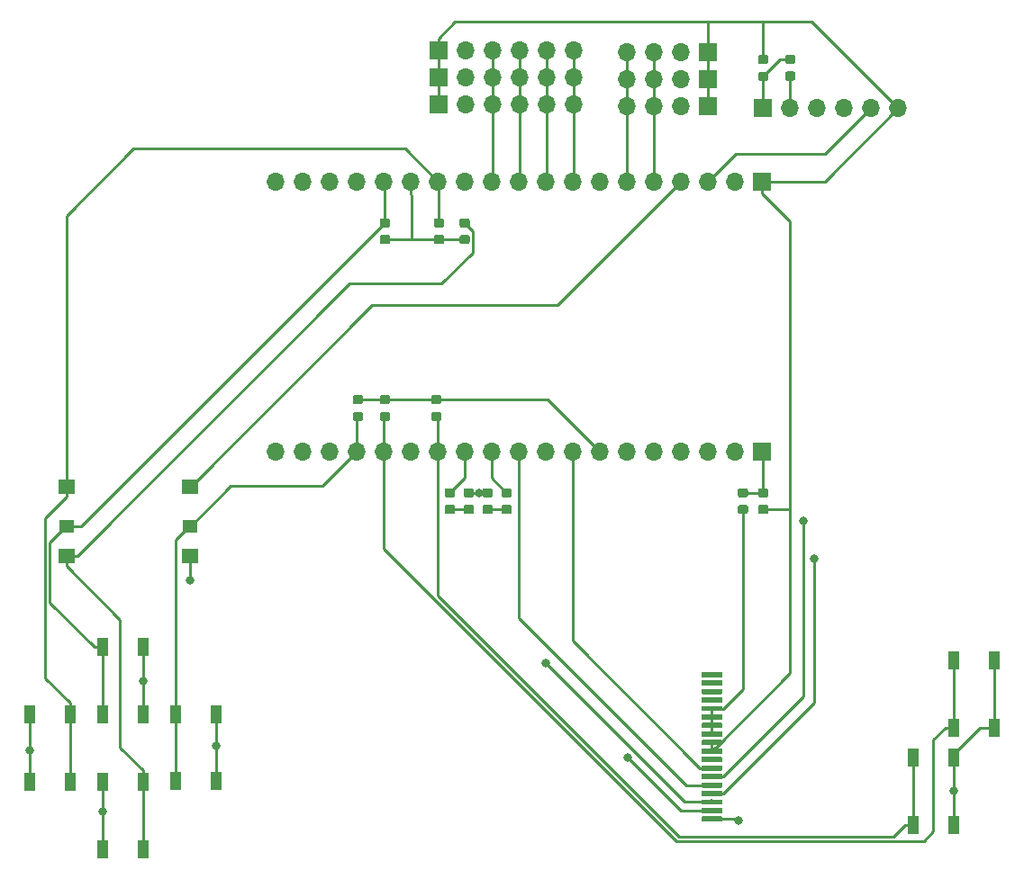
<source format=gbr>
G04 #@! TF.GenerationSoftware,KiCad,Pcbnew,(5.0.1)-3*
G04 #@! TF.CreationDate,2018-10-31T08:23:59+09:00*
G04 #@! TF.ProjectId,badge,62616467652E6B696361645F70636200,rev?*
G04 #@! TF.SameCoordinates,Original*
G04 #@! TF.FileFunction,Copper,L1,Top,Signal*
G04 #@! TF.FilePolarity,Positive*
%FSLAX46Y46*%
G04 Gerber Fmt 4.6, Leading zero omitted, Abs format (unit mm)*
G04 Created by KiCad (PCBNEW (5.0.1)-3) date 2018-10-31 오전 8:23:59*
%MOMM*%
%LPD*%
G01*
G04 APERTURE LIST*
G04 #@! TA.AperFunction,SMDPad,CuDef*
%ADD10R,1.400000X1.300000*%
G04 #@! TD*
G04 #@! TA.AperFunction,SMDPad,CuDef*
%ADD11R,1.500000X1.400000*%
G04 #@! TD*
G04 #@! TA.AperFunction,Conductor*
%ADD12C,0.100000*%
G04 #@! TD*
G04 #@! TA.AperFunction,SMDPad,CuDef*
%ADD13C,0.875000*%
G04 #@! TD*
G04 #@! TA.AperFunction,SMDPad,CuDef*
%ADD14R,1.000000X1.700000*%
G04 #@! TD*
G04 #@! TA.AperFunction,ComponentPad*
%ADD15R,1.700000X1.700000*%
G04 #@! TD*
G04 #@! TA.AperFunction,ComponentPad*
%ADD16O,1.700000X1.700000*%
G04 #@! TD*
G04 #@! TA.AperFunction,SMDPad,CuDef*
%ADD17C,0.500000*%
G04 #@! TD*
G04 #@! TA.AperFunction,ViaPad*
%ADD18C,0.800000*%
G04 #@! TD*
G04 #@! TA.AperFunction,Conductor*
%ADD19C,0.250000*%
G04 #@! TD*
G04 APERTURE END LIST*
D10*
G04 #@! TO.P,SW7,2*
G04 #@! TO.N,/GPIO13*
X110786000Y-62934000D03*
G04 #@! TO.P,SW7,5*
G04 #@! TO.N,/GPIO15*
X122386000Y-62934000D03*
D11*
G04 #@! TO.P,SW7,6*
G04 #@! TO.N,/GPIO39*
X122386000Y-59234000D03*
G04 #@! TO.P,SW7,1*
G04 #@! TO.N,/GPIO12*
X110786000Y-59234000D03*
G04 #@! TO.P,SW7,3*
G04 #@! TO.N,/GPIO14*
X110786000Y-65734000D03*
G04 #@! TO.P,SW7,4*
G04 #@! TO.N,GND*
X122386000Y-65734000D03*
G04 #@! TD*
D12*
G04 #@! TO.N,Net-(C9-Pad1)*
G04 #@! TO.C,C9*
G36*
X179093691Y-18562553D02*
X179114926Y-18565703D01*
X179135750Y-18570919D01*
X179155962Y-18578151D01*
X179175368Y-18587330D01*
X179193781Y-18598366D01*
X179211024Y-18611154D01*
X179226930Y-18625570D01*
X179241346Y-18641476D01*
X179254134Y-18658719D01*
X179265170Y-18677132D01*
X179274349Y-18696538D01*
X179281581Y-18716750D01*
X179286797Y-18737574D01*
X179289947Y-18758809D01*
X179291000Y-18780250D01*
X179291000Y-19217750D01*
X179289947Y-19239191D01*
X179286797Y-19260426D01*
X179281581Y-19281250D01*
X179274349Y-19301462D01*
X179265170Y-19320868D01*
X179254134Y-19339281D01*
X179241346Y-19356524D01*
X179226930Y-19372430D01*
X179211024Y-19386846D01*
X179193781Y-19399634D01*
X179175368Y-19410670D01*
X179155962Y-19419849D01*
X179135750Y-19427081D01*
X179114926Y-19432297D01*
X179093691Y-19435447D01*
X179072250Y-19436500D01*
X178559750Y-19436500D01*
X178538309Y-19435447D01*
X178517074Y-19432297D01*
X178496250Y-19427081D01*
X178476038Y-19419849D01*
X178456632Y-19410670D01*
X178438219Y-19399634D01*
X178420976Y-19386846D01*
X178405070Y-19372430D01*
X178390654Y-19356524D01*
X178377866Y-19339281D01*
X178366830Y-19320868D01*
X178357651Y-19301462D01*
X178350419Y-19281250D01*
X178345203Y-19260426D01*
X178342053Y-19239191D01*
X178341000Y-19217750D01*
X178341000Y-18780250D01*
X178342053Y-18758809D01*
X178345203Y-18737574D01*
X178350419Y-18716750D01*
X178357651Y-18696538D01*
X178366830Y-18677132D01*
X178377866Y-18658719D01*
X178390654Y-18641476D01*
X178405070Y-18625570D01*
X178420976Y-18611154D01*
X178438219Y-18598366D01*
X178456632Y-18587330D01*
X178476038Y-18578151D01*
X178496250Y-18570919D01*
X178517074Y-18565703D01*
X178538309Y-18562553D01*
X178559750Y-18561500D01*
X179072250Y-18561500D01*
X179093691Y-18562553D01*
X179093691Y-18562553D01*
G37*
D13*
G04 #@! TD*
G04 #@! TO.P,C9,1*
G04 #@! TO.N,Net-(C9-Pad1)*
X178816000Y-18999000D03*
D12*
G04 #@! TO.N,GND*
G04 #@! TO.C,C9*
G36*
X179093691Y-20137553D02*
X179114926Y-20140703D01*
X179135750Y-20145919D01*
X179155962Y-20153151D01*
X179175368Y-20162330D01*
X179193781Y-20173366D01*
X179211024Y-20186154D01*
X179226930Y-20200570D01*
X179241346Y-20216476D01*
X179254134Y-20233719D01*
X179265170Y-20252132D01*
X179274349Y-20271538D01*
X179281581Y-20291750D01*
X179286797Y-20312574D01*
X179289947Y-20333809D01*
X179291000Y-20355250D01*
X179291000Y-20792750D01*
X179289947Y-20814191D01*
X179286797Y-20835426D01*
X179281581Y-20856250D01*
X179274349Y-20876462D01*
X179265170Y-20895868D01*
X179254134Y-20914281D01*
X179241346Y-20931524D01*
X179226930Y-20947430D01*
X179211024Y-20961846D01*
X179193781Y-20974634D01*
X179175368Y-20985670D01*
X179155962Y-20994849D01*
X179135750Y-21002081D01*
X179114926Y-21007297D01*
X179093691Y-21010447D01*
X179072250Y-21011500D01*
X178559750Y-21011500D01*
X178538309Y-21010447D01*
X178517074Y-21007297D01*
X178496250Y-21002081D01*
X178476038Y-20994849D01*
X178456632Y-20985670D01*
X178438219Y-20974634D01*
X178420976Y-20961846D01*
X178405070Y-20947430D01*
X178390654Y-20931524D01*
X178377866Y-20914281D01*
X178366830Y-20895868D01*
X178357651Y-20876462D01*
X178350419Y-20856250D01*
X178345203Y-20835426D01*
X178342053Y-20814191D01*
X178341000Y-20792750D01*
X178341000Y-20355250D01*
X178342053Y-20333809D01*
X178345203Y-20312574D01*
X178350419Y-20291750D01*
X178357651Y-20271538D01*
X178366830Y-20252132D01*
X178377866Y-20233719D01*
X178390654Y-20216476D01*
X178405070Y-20200570D01*
X178420976Y-20186154D01*
X178438219Y-20173366D01*
X178456632Y-20162330D01*
X178476038Y-20153151D01*
X178496250Y-20145919D01*
X178517074Y-20140703D01*
X178538309Y-20137553D01*
X178559750Y-20136500D01*
X179072250Y-20136500D01*
X179093691Y-20137553D01*
X179093691Y-20137553D01*
G37*
D13*
G04 #@! TD*
G04 #@! TO.P,C9,2*
G04 #@! TO.N,GND*
X178816000Y-20574000D03*
D12*
G04 #@! TO.N,+3V3*
G04 #@! TO.C,R7*
G36*
X176553691Y-18588053D02*
X176574926Y-18591203D01*
X176595750Y-18596419D01*
X176615962Y-18603651D01*
X176635368Y-18612830D01*
X176653781Y-18623866D01*
X176671024Y-18636654D01*
X176686930Y-18651070D01*
X176701346Y-18666976D01*
X176714134Y-18684219D01*
X176725170Y-18702632D01*
X176734349Y-18722038D01*
X176741581Y-18742250D01*
X176746797Y-18763074D01*
X176749947Y-18784309D01*
X176751000Y-18805750D01*
X176751000Y-19243250D01*
X176749947Y-19264691D01*
X176746797Y-19285926D01*
X176741581Y-19306750D01*
X176734349Y-19326962D01*
X176725170Y-19346368D01*
X176714134Y-19364781D01*
X176701346Y-19382024D01*
X176686930Y-19397930D01*
X176671024Y-19412346D01*
X176653781Y-19425134D01*
X176635368Y-19436170D01*
X176615962Y-19445349D01*
X176595750Y-19452581D01*
X176574926Y-19457797D01*
X176553691Y-19460947D01*
X176532250Y-19462000D01*
X176019750Y-19462000D01*
X175998309Y-19460947D01*
X175977074Y-19457797D01*
X175956250Y-19452581D01*
X175936038Y-19445349D01*
X175916632Y-19436170D01*
X175898219Y-19425134D01*
X175880976Y-19412346D01*
X175865070Y-19397930D01*
X175850654Y-19382024D01*
X175837866Y-19364781D01*
X175826830Y-19346368D01*
X175817651Y-19326962D01*
X175810419Y-19306750D01*
X175805203Y-19285926D01*
X175802053Y-19264691D01*
X175801000Y-19243250D01*
X175801000Y-18805750D01*
X175802053Y-18784309D01*
X175805203Y-18763074D01*
X175810419Y-18742250D01*
X175817651Y-18722038D01*
X175826830Y-18702632D01*
X175837866Y-18684219D01*
X175850654Y-18666976D01*
X175865070Y-18651070D01*
X175880976Y-18636654D01*
X175898219Y-18623866D01*
X175916632Y-18612830D01*
X175936038Y-18603651D01*
X175956250Y-18596419D01*
X175977074Y-18591203D01*
X175998309Y-18588053D01*
X176019750Y-18587000D01*
X176532250Y-18587000D01*
X176553691Y-18588053D01*
X176553691Y-18588053D01*
G37*
D13*
G04 #@! TD*
G04 #@! TO.P,R7,2*
G04 #@! TO.N,+3V3*
X176276000Y-19024500D03*
D12*
G04 #@! TO.N,Net-(C9-Pad1)*
G04 #@! TO.C,R7*
G36*
X176553691Y-20163053D02*
X176574926Y-20166203D01*
X176595750Y-20171419D01*
X176615962Y-20178651D01*
X176635368Y-20187830D01*
X176653781Y-20198866D01*
X176671024Y-20211654D01*
X176686930Y-20226070D01*
X176701346Y-20241976D01*
X176714134Y-20259219D01*
X176725170Y-20277632D01*
X176734349Y-20297038D01*
X176741581Y-20317250D01*
X176746797Y-20338074D01*
X176749947Y-20359309D01*
X176751000Y-20380750D01*
X176751000Y-20818250D01*
X176749947Y-20839691D01*
X176746797Y-20860926D01*
X176741581Y-20881750D01*
X176734349Y-20901962D01*
X176725170Y-20921368D01*
X176714134Y-20939781D01*
X176701346Y-20957024D01*
X176686930Y-20972930D01*
X176671024Y-20987346D01*
X176653781Y-21000134D01*
X176635368Y-21011170D01*
X176615962Y-21020349D01*
X176595750Y-21027581D01*
X176574926Y-21032797D01*
X176553691Y-21035947D01*
X176532250Y-21037000D01*
X176019750Y-21037000D01*
X175998309Y-21035947D01*
X175977074Y-21032797D01*
X175956250Y-21027581D01*
X175936038Y-21020349D01*
X175916632Y-21011170D01*
X175898219Y-21000134D01*
X175880976Y-20987346D01*
X175865070Y-20972930D01*
X175850654Y-20957024D01*
X175837866Y-20939781D01*
X175826830Y-20921368D01*
X175817651Y-20901962D01*
X175810419Y-20881750D01*
X175805203Y-20860926D01*
X175802053Y-20839691D01*
X175801000Y-20818250D01*
X175801000Y-20380750D01*
X175802053Y-20359309D01*
X175805203Y-20338074D01*
X175810419Y-20317250D01*
X175817651Y-20297038D01*
X175826830Y-20277632D01*
X175837866Y-20259219D01*
X175850654Y-20241976D01*
X175865070Y-20226070D01*
X175880976Y-20211654D01*
X175898219Y-20198866D01*
X175916632Y-20187830D01*
X175936038Y-20178651D01*
X175956250Y-20171419D01*
X175977074Y-20166203D01*
X175998309Y-20163053D01*
X176019750Y-20162000D01*
X176532250Y-20162000D01*
X176553691Y-20163053D01*
X176553691Y-20163053D01*
G37*
D13*
G04 #@! TD*
G04 #@! TO.P,R7,1*
G04 #@! TO.N,Net-(C9-Pad1)*
X176276000Y-20599500D03*
D12*
G04 #@! TO.N,/GPIO16*
G04 #@! TO.C,D1*
G36*
X147089691Y-59355053D02*
X147110926Y-59358203D01*
X147131750Y-59363419D01*
X147151962Y-59370651D01*
X147171368Y-59379830D01*
X147189781Y-59390866D01*
X147207024Y-59403654D01*
X147222930Y-59418070D01*
X147237346Y-59433976D01*
X147250134Y-59451219D01*
X147261170Y-59469632D01*
X147270349Y-59489038D01*
X147277581Y-59509250D01*
X147282797Y-59530074D01*
X147285947Y-59551309D01*
X147287000Y-59572750D01*
X147287000Y-60010250D01*
X147285947Y-60031691D01*
X147282797Y-60052926D01*
X147277581Y-60073750D01*
X147270349Y-60093962D01*
X147261170Y-60113368D01*
X147250134Y-60131781D01*
X147237346Y-60149024D01*
X147222930Y-60164930D01*
X147207024Y-60179346D01*
X147189781Y-60192134D01*
X147171368Y-60203170D01*
X147151962Y-60212349D01*
X147131750Y-60219581D01*
X147110926Y-60224797D01*
X147089691Y-60227947D01*
X147068250Y-60229000D01*
X146555750Y-60229000D01*
X146534309Y-60227947D01*
X146513074Y-60224797D01*
X146492250Y-60219581D01*
X146472038Y-60212349D01*
X146452632Y-60203170D01*
X146434219Y-60192134D01*
X146416976Y-60179346D01*
X146401070Y-60164930D01*
X146386654Y-60149024D01*
X146373866Y-60131781D01*
X146362830Y-60113368D01*
X146353651Y-60093962D01*
X146346419Y-60073750D01*
X146341203Y-60052926D01*
X146338053Y-60031691D01*
X146337000Y-60010250D01*
X146337000Y-59572750D01*
X146338053Y-59551309D01*
X146341203Y-59530074D01*
X146346419Y-59509250D01*
X146353651Y-59489038D01*
X146362830Y-59469632D01*
X146373866Y-59451219D01*
X146386654Y-59433976D01*
X146401070Y-59418070D01*
X146416976Y-59403654D01*
X146434219Y-59390866D01*
X146452632Y-59379830D01*
X146472038Y-59370651D01*
X146492250Y-59363419D01*
X146513074Y-59358203D01*
X146534309Y-59355053D01*
X146555750Y-59354000D01*
X147068250Y-59354000D01*
X147089691Y-59355053D01*
X147089691Y-59355053D01*
G37*
D13*
G04 #@! TD*
G04 #@! TO.P,D1,2*
G04 #@! TO.N,/GPIO16*
X146812000Y-59791500D03*
D12*
G04 #@! TO.N,Net-(D1-Pad1)*
G04 #@! TO.C,D1*
G36*
X147089691Y-60930053D02*
X147110926Y-60933203D01*
X147131750Y-60938419D01*
X147151962Y-60945651D01*
X147171368Y-60954830D01*
X147189781Y-60965866D01*
X147207024Y-60978654D01*
X147222930Y-60993070D01*
X147237346Y-61008976D01*
X147250134Y-61026219D01*
X147261170Y-61044632D01*
X147270349Y-61064038D01*
X147277581Y-61084250D01*
X147282797Y-61105074D01*
X147285947Y-61126309D01*
X147287000Y-61147750D01*
X147287000Y-61585250D01*
X147285947Y-61606691D01*
X147282797Y-61627926D01*
X147277581Y-61648750D01*
X147270349Y-61668962D01*
X147261170Y-61688368D01*
X147250134Y-61706781D01*
X147237346Y-61724024D01*
X147222930Y-61739930D01*
X147207024Y-61754346D01*
X147189781Y-61767134D01*
X147171368Y-61778170D01*
X147151962Y-61787349D01*
X147131750Y-61794581D01*
X147110926Y-61799797D01*
X147089691Y-61802947D01*
X147068250Y-61804000D01*
X146555750Y-61804000D01*
X146534309Y-61802947D01*
X146513074Y-61799797D01*
X146492250Y-61794581D01*
X146472038Y-61787349D01*
X146452632Y-61778170D01*
X146434219Y-61767134D01*
X146416976Y-61754346D01*
X146401070Y-61739930D01*
X146386654Y-61724024D01*
X146373866Y-61706781D01*
X146362830Y-61688368D01*
X146353651Y-61668962D01*
X146346419Y-61648750D01*
X146341203Y-61627926D01*
X146338053Y-61606691D01*
X146337000Y-61585250D01*
X146337000Y-61147750D01*
X146338053Y-61126309D01*
X146341203Y-61105074D01*
X146346419Y-61084250D01*
X146353651Y-61064038D01*
X146362830Y-61044632D01*
X146373866Y-61026219D01*
X146386654Y-61008976D01*
X146401070Y-60993070D01*
X146416976Y-60978654D01*
X146434219Y-60965866D01*
X146452632Y-60954830D01*
X146472038Y-60945651D01*
X146492250Y-60938419D01*
X146513074Y-60933203D01*
X146534309Y-60930053D01*
X146555750Y-60929000D01*
X147068250Y-60929000D01*
X147089691Y-60930053D01*
X147089691Y-60930053D01*
G37*
D13*
G04 #@! TD*
G04 #@! TO.P,D1,1*
G04 #@! TO.N,Net-(D1-Pad1)*
X146812000Y-61366500D03*
D12*
G04 #@! TO.N,Net-(D2-Pad1)*
G04 #@! TO.C,R6*
G36*
X150645691Y-60930053D02*
X150666926Y-60933203D01*
X150687750Y-60938419D01*
X150707962Y-60945651D01*
X150727368Y-60954830D01*
X150745781Y-60965866D01*
X150763024Y-60978654D01*
X150778930Y-60993070D01*
X150793346Y-61008976D01*
X150806134Y-61026219D01*
X150817170Y-61044632D01*
X150826349Y-61064038D01*
X150833581Y-61084250D01*
X150838797Y-61105074D01*
X150841947Y-61126309D01*
X150843000Y-61147750D01*
X150843000Y-61585250D01*
X150841947Y-61606691D01*
X150838797Y-61627926D01*
X150833581Y-61648750D01*
X150826349Y-61668962D01*
X150817170Y-61688368D01*
X150806134Y-61706781D01*
X150793346Y-61724024D01*
X150778930Y-61739930D01*
X150763024Y-61754346D01*
X150745781Y-61767134D01*
X150727368Y-61778170D01*
X150707962Y-61787349D01*
X150687750Y-61794581D01*
X150666926Y-61799797D01*
X150645691Y-61802947D01*
X150624250Y-61804000D01*
X150111750Y-61804000D01*
X150090309Y-61802947D01*
X150069074Y-61799797D01*
X150048250Y-61794581D01*
X150028038Y-61787349D01*
X150008632Y-61778170D01*
X149990219Y-61767134D01*
X149972976Y-61754346D01*
X149957070Y-61739930D01*
X149942654Y-61724024D01*
X149929866Y-61706781D01*
X149918830Y-61688368D01*
X149909651Y-61668962D01*
X149902419Y-61648750D01*
X149897203Y-61627926D01*
X149894053Y-61606691D01*
X149893000Y-61585250D01*
X149893000Y-61147750D01*
X149894053Y-61126309D01*
X149897203Y-61105074D01*
X149902419Y-61084250D01*
X149909651Y-61064038D01*
X149918830Y-61044632D01*
X149929866Y-61026219D01*
X149942654Y-61008976D01*
X149957070Y-60993070D01*
X149972976Y-60978654D01*
X149990219Y-60965866D01*
X150008632Y-60954830D01*
X150028038Y-60945651D01*
X150048250Y-60938419D01*
X150069074Y-60933203D01*
X150090309Y-60930053D01*
X150111750Y-60929000D01*
X150624250Y-60929000D01*
X150645691Y-60930053D01*
X150645691Y-60930053D01*
G37*
D13*
G04 #@! TD*
G04 #@! TO.P,R6,2*
G04 #@! TO.N,Net-(D2-Pad1)*
X150368000Y-61366500D03*
D12*
G04 #@! TO.N,GND*
G04 #@! TO.C,R6*
G36*
X150645691Y-59355053D02*
X150666926Y-59358203D01*
X150687750Y-59363419D01*
X150707962Y-59370651D01*
X150727368Y-59379830D01*
X150745781Y-59390866D01*
X150763024Y-59403654D01*
X150778930Y-59418070D01*
X150793346Y-59433976D01*
X150806134Y-59451219D01*
X150817170Y-59469632D01*
X150826349Y-59489038D01*
X150833581Y-59509250D01*
X150838797Y-59530074D01*
X150841947Y-59551309D01*
X150843000Y-59572750D01*
X150843000Y-60010250D01*
X150841947Y-60031691D01*
X150838797Y-60052926D01*
X150833581Y-60073750D01*
X150826349Y-60093962D01*
X150817170Y-60113368D01*
X150806134Y-60131781D01*
X150793346Y-60149024D01*
X150778930Y-60164930D01*
X150763024Y-60179346D01*
X150745781Y-60192134D01*
X150727368Y-60203170D01*
X150707962Y-60212349D01*
X150687750Y-60219581D01*
X150666926Y-60224797D01*
X150645691Y-60227947D01*
X150624250Y-60229000D01*
X150111750Y-60229000D01*
X150090309Y-60227947D01*
X150069074Y-60224797D01*
X150048250Y-60219581D01*
X150028038Y-60212349D01*
X150008632Y-60203170D01*
X149990219Y-60192134D01*
X149972976Y-60179346D01*
X149957070Y-60164930D01*
X149942654Y-60149024D01*
X149929866Y-60131781D01*
X149918830Y-60113368D01*
X149909651Y-60093962D01*
X149902419Y-60073750D01*
X149897203Y-60052926D01*
X149894053Y-60031691D01*
X149893000Y-60010250D01*
X149893000Y-59572750D01*
X149894053Y-59551309D01*
X149897203Y-59530074D01*
X149902419Y-59509250D01*
X149909651Y-59489038D01*
X149918830Y-59469632D01*
X149929866Y-59451219D01*
X149942654Y-59433976D01*
X149957070Y-59418070D01*
X149972976Y-59403654D01*
X149990219Y-59390866D01*
X150008632Y-59379830D01*
X150028038Y-59370651D01*
X150048250Y-59363419D01*
X150069074Y-59358203D01*
X150090309Y-59355053D01*
X150111750Y-59354000D01*
X150624250Y-59354000D01*
X150645691Y-59355053D01*
X150645691Y-59355053D01*
G37*
D13*
G04 #@! TD*
G04 #@! TO.P,R6,1*
G04 #@! TO.N,GND*
X150368000Y-59791500D03*
D12*
G04 #@! TO.N,Net-(D2-Pad1)*
G04 #@! TO.C,D2*
G36*
X152423691Y-60930053D02*
X152444926Y-60933203D01*
X152465750Y-60938419D01*
X152485962Y-60945651D01*
X152505368Y-60954830D01*
X152523781Y-60965866D01*
X152541024Y-60978654D01*
X152556930Y-60993070D01*
X152571346Y-61008976D01*
X152584134Y-61026219D01*
X152595170Y-61044632D01*
X152604349Y-61064038D01*
X152611581Y-61084250D01*
X152616797Y-61105074D01*
X152619947Y-61126309D01*
X152621000Y-61147750D01*
X152621000Y-61585250D01*
X152619947Y-61606691D01*
X152616797Y-61627926D01*
X152611581Y-61648750D01*
X152604349Y-61668962D01*
X152595170Y-61688368D01*
X152584134Y-61706781D01*
X152571346Y-61724024D01*
X152556930Y-61739930D01*
X152541024Y-61754346D01*
X152523781Y-61767134D01*
X152505368Y-61778170D01*
X152485962Y-61787349D01*
X152465750Y-61794581D01*
X152444926Y-61799797D01*
X152423691Y-61802947D01*
X152402250Y-61804000D01*
X151889750Y-61804000D01*
X151868309Y-61802947D01*
X151847074Y-61799797D01*
X151826250Y-61794581D01*
X151806038Y-61787349D01*
X151786632Y-61778170D01*
X151768219Y-61767134D01*
X151750976Y-61754346D01*
X151735070Y-61739930D01*
X151720654Y-61724024D01*
X151707866Y-61706781D01*
X151696830Y-61688368D01*
X151687651Y-61668962D01*
X151680419Y-61648750D01*
X151675203Y-61627926D01*
X151672053Y-61606691D01*
X151671000Y-61585250D01*
X151671000Y-61147750D01*
X151672053Y-61126309D01*
X151675203Y-61105074D01*
X151680419Y-61084250D01*
X151687651Y-61064038D01*
X151696830Y-61044632D01*
X151707866Y-61026219D01*
X151720654Y-61008976D01*
X151735070Y-60993070D01*
X151750976Y-60978654D01*
X151768219Y-60965866D01*
X151786632Y-60954830D01*
X151806038Y-60945651D01*
X151826250Y-60938419D01*
X151847074Y-60933203D01*
X151868309Y-60930053D01*
X151889750Y-60929000D01*
X152402250Y-60929000D01*
X152423691Y-60930053D01*
X152423691Y-60930053D01*
G37*
D13*
G04 #@! TD*
G04 #@! TO.P,D2,1*
G04 #@! TO.N,Net-(D2-Pad1)*
X152146000Y-61366500D03*
D12*
G04 #@! TO.N,/GPIO17*
G04 #@! TO.C,D2*
G36*
X152423691Y-59355053D02*
X152444926Y-59358203D01*
X152465750Y-59363419D01*
X152485962Y-59370651D01*
X152505368Y-59379830D01*
X152523781Y-59390866D01*
X152541024Y-59403654D01*
X152556930Y-59418070D01*
X152571346Y-59433976D01*
X152584134Y-59451219D01*
X152595170Y-59469632D01*
X152604349Y-59489038D01*
X152611581Y-59509250D01*
X152616797Y-59530074D01*
X152619947Y-59551309D01*
X152621000Y-59572750D01*
X152621000Y-60010250D01*
X152619947Y-60031691D01*
X152616797Y-60052926D01*
X152611581Y-60073750D01*
X152604349Y-60093962D01*
X152595170Y-60113368D01*
X152584134Y-60131781D01*
X152571346Y-60149024D01*
X152556930Y-60164930D01*
X152541024Y-60179346D01*
X152523781Y-60192134D01*
X152505368Y-60203170D01*
X152485962Y-60212349D01*
X152465750Y-60219581D01*
X152444926Y-60224797D01*
X152423691Y-60227947D01*
X152402250Y-60229000D01*
X151889750Y-60229000D01*
X151868309Y-60227947D01*
X151847074Y-60224797D01*
X151826250Y-60219581D01*
X151806038Y-60212349D01*
X151786632Y-60203170D01*
X151768219Y-60192134D01*
X151750976Y-60179346D01*
X151735070Y-60164930D01*
X151720654Y-60149024D01*
X151707866Y-60131781D01*
X151696830Y-60113368D01*
X151687651Y-60093962D01*
X151680419Y-60073750D01*
X151675203Y-60052926D01*
X151672053Y-60031691D01*
X151671000Y-60010250D01*
X151671000Y-59572750D01*
X151672053Y-59551309D01*
X151675203Y-59530074D01*
X151680419Y-59509250D01*
X151687651Y-59489038D01*
X151696830Y-59469632D01*
X151707866Y-59451219D01*
X151720654Y-59433976D01*
X151735070Y-59418070D01*
X151750976Y-59403654D01*
X151768219Y-59390866D01*
X151786632Y-59379830D01*
X151806038Y-59370651D01*
X151826250Y-59363419D01*
X151847074Y-59358203D01*
X151868309Y-59355053D01*
X151889750Y-59354000D01*
X152402250Y-59354000D01*
X152423691Y-59355053D01*
X152423691Y-59355053D01*
G37*
D13*
G04 #@! TD*
G04 #@! TO.P,D2,2*
G04 #@! TO.N,/GPIO17*
X152146000Y-59791500D03*
D12*
G04 #@! TO.N,GND*
G04 #@! TO.C,R5*
G36*
X148867691Y-59355053D02*
X148888926Y-59358203D01*
X148909750Y-59363419D01*
X148929962Y-59370651D01*
X148949368Y-59379830D01*
X148967781Y-59390866D01*
X148985024Y-59403654D01*
X149000930Y-59418070D01*
X149015346Y-59433976D01*
X149028134Y-59451219D01*
X149039170Y-59469632D01*
X149048349Y-59489038D01*
X149055581Y-59509250D01*
X149060797Y-59530074D01*
X149063947Y-59551309D01*
X149065000Y-59572750D01*
X149065000Y-60010250D01*
X149063947Y-60031691D01*
X149060797Y-60052926D01*
X149055581Y-60073750D01*
X149048349Y-60093962D01*
X149039170Y-60113368D01*
X149028134Y-60131781D01*
X149015346Y-60149024D01*
X149000930Y-60164930D01*
X148985024Y-60179346D01*
X148967781Y-60192134D01*
X148949368Y-60203170D01*
X148929962Y-60212349D01*
X148909750Y-60219581D01*
X148888926Y-60224797D01*
X148867691Y-60227947D01*
X148846250Y-60229000D01*
X148333750Y-60229000D01*
X148312309Y-60227947D01*
X148291074Y-60224797D01*
X148270250Y-60219581D01*
X148250038Y-60212349D01*
X148230632Y-60203170D01*
X148212219Y-60192134D01*
X148194976Y-60179346D01*
X148179070Y-60164930D01*
X148164654Y-60149024D01*
X148151866Y-60131781D01*
X148140830Y-60113368D01*
X148131651Y-60093962D01*
X148124419Y-60073750D01*
X148119203Y-60052926D01*
X148116053Y-60031691D01*
X148115000Y-60010250D01*
X148115000Y-59572750D01*
X148116053Y-59551309D01*
X148119203Y-59530074D01*
X148124419Y-59509250D01*
X148131651Y-59489038D01*
X148140830Y-59469632D01*
X148151866Y-59451219D01*
X148164654Y-59433976D01*
X148179070Y-59418070D01*
X148194976Y-59403654D01*
X148212219Y-59390866D01*
X148230632Y-59379830D01*
X148250038Y-59370651D01*
X148270250Y-59363419D01*
X148291074Y-59358203D01*
X148312309Y-59355053D01*
X148333750Y-59354000D01*
X148846250Y-59354000D01*
X148867691Y-59355053D01*
X148867691Y-59355053D01*
G37*
D13*
G04 #@! TD*
G04 #@! TO.P,R5,1*
G04 #@! TO.N,GND*
X148590000Y-59791500D03*
D12*
G04 #@! TO.N,Net-(D1-Pad1)*
G04 #@! TO.C,R5*
G36*
X148867691Y-60930053D02*
X148888926Y-60933203D01*
X148909750Y-60938419D01*
X148929962Y-60945651D01*
X148949368Y-60954830D01*
X148967781Y-60965866D01*
X148985024Y-60978654D01*
X149000930Y-60993070D01*
X149015346Y-61008976D01*
X149028134Y-61026219D01*
X149039170Y-61044632D01*
X149048349Y-61064038D01*
X149055581Y-61084250D01*
X149060797Y-61105074D01*
X149063947Y-61126309D01*
X149065000Y-61147750D01*
X149065000Y-61585250D01*
X149063947Y-61606691D01*
X149060797Y-61627926D01*
X149055581Y-61648750D01*
X149048349Y-61668962D01*
X149039170Y-61688368D01*
X149028134Y-61706781D01*
X149015346Y-61724024D01*
X149000930Y-61739930D01*
X148985024Y-61754346D01*
X148967781Y-61767134D01*
X148949368Y-61778170D01*
X148929962Y-61787349D01*
X148909750Y-61794581D01*
X148888926Y-61799797D01*
X148867691Y-61802947D01*
X148846250Y-61804000D01*
X148333750Y-61804000D01*
X148312309Y-61802947D01*
X148291074Y-61799797D01*
X148270250Y-61794581D01*
X148250038Y-61787349D01*
X148230632Y-61778170D01*
X148212219Y-61767134D01*
X148194976Y-61754346D01*
X148179070Y-61739930D01*
X148164654Y-61724024D01*
X148151866Y-61706781D01*
X148140830Y-61688368D01*
X148131651Y-61668962D01*
X148124419Y-61648750D01*
X148119203Y-61627926D01*
X148116053Y-61606691D01*
X148115000Y-61585250D01*
X148115000Y-61147750D01*
X148116053Y-61126309D01*
X148119203Y-61105074D01*
X148124419Y-61084250D01*
X148131651Y-61064038D01*
X148140830Y-61044632D01*
X148151866Y-61026219D01*
X148164654Y-61008976D01*
X148179070Y-60993070D01*
X148194976Y-60978654D01*
X148212219Y-60965866D01*
X148230632Y-60954830D01*
X148250038Y-60945651D01*
X148270250Y-60938419D01*
X148291074Y-60933203D01*
X148312309Y-60930053D01*
X148333750Y-60929000D01*
X148846250Y-60929000D01*
X148867691Y-60930053D01*
X148867691Y-60930053D01*
G37*
D13*
G04 #@! TD*
G04 #@! TO.P,R5,2*
G04 #@! TO.N,Net-(D1-Pad1)*
X148590000Y-61366500D03*
D14*
G04 #@! TO.P,SW6,2*
G04 #@! TO.N,GND*
X197988000Y-75590000D03*
X197988000Y-81890000D03*
G04 #@! TO.P,SW6,1*
G04 #@! TO.N,/GPIO2*
X194188000Y-75590000D03*
X194188000Y-81890000D03*
G04 #@! TD*
G04 #@! TO.P,SW3,1*
G04 #@! TO.N,/GPIO4*
X190378000Y-91034000D03*
X190378000Y-84734000D03*
G04 #@! TO.P,SW3,2*
G04 #@! TO.N,GND*
X194178000Y-91034000D03*
X194178000Y-84734000D03*
G04 #@! TD*
D15*
G04 #@! TO.P,J11,1*
G04 #@! TO.N,Net-(C9-Pad1)*
X176276000Y-23622000D03*
D16*
G04 #@! TO.P,J11,2*
G04 #@! TO.N,GND*
X178816000Y-23622000D03*
G04 #@! TO.P,J11,3*
G04 #@! TO.N,/GPIO32*
X181356000Y-23622000D03*
G04 #@! TO.P,J11,4*
G04 #@! TO.N,GND*
X183896000Y-23622000D03*
G04 #@! TO.P,J11,5*
G04 #@! TO.N,/GPIO36*
X186436000Y-23622000D03*
G04 #@! TO.P,J11,6*
G04 #@! TO.N,+3V3*
X188976000Y-23622000D03*
G04 #@! TD*
D14*
G04 #@! TO.P,SW4,2*
G04 #@! TO.N,GND*
X114178000Y-93320000D03*
X114178000Y-87020000D03*
G04 #@! TO.P,SW4,1*
G04 #@! TO.N,/GPIO14*
X117978000Y-93320000D03*
X117978000Y-87020000D03*
G04 #@! TD*
D15*
G04 #@! TO.P,J1,1*
G04 #@! TO.N,+3V3*
X176171893Y-30524875D03*
D16*
G04 #@! TO.P,J1,2*
G04 #@! TO.N,Net-(J1-Pad2)*
X173631893Y-30524875D03*
G04 #@! TO.P,J1,3*
G04 #@! TO.N,/GPIO36*
X171091893Y-30524875D03*
G04 #@! TO.P,J1,4*
G04 #@! TO.N,/GPIO39*
X168551893Y-30524875D03*
G04 #@! TO.P,J1,5*
G04 #@! TO.N,/GPIO34*
X166011893Y-30524875D03*
G04 #@! TO.P,J1,6*
G04 #@! TO.N,/GPIO35*
X163471893Y-30524875D03*
G04 #@! TO.P,J1,7*
G04 #@! TO.N,/GPIO32*
X160931893Y-30524875D03*
G04 #@! TO.P,J1,8*
G04 #@! TO.N,/GPIO33*
X158391893Y-30524875D03*
G04 #@! TO.P,J1,9*
G04 #@! TO.N,/GPIO25*
X155851893Y-30524875D03*
G04 #@! TO.P,J1,10*
G04 #@! TO.N,/GPIO26*
X153311893Y-30524875D03*
G04 #@! TO.P,J1,11*
G04 #@! TO.N,/GPIO27*
X150771893Y-30524875D03*
G04 #@! TO.P,J1,12*
G04 #@! TO.N,/GPIO14*
X148231893Y-30524875D03*
G04 #@! TO.P,J1,13*
G04 #@! TO.N,/GPIO12*
X145691893Y-30524875D03*
G04 #@! TO.P,J1,14*
G04 #@! TO.N,GND*
X143151893Y-30524875D03*
G04 #@! TO.P,J1,15*
G04 #@! TO.N,/GPIO13*
X140611893Y-30524875D03*
G04 #@! TO.P,J1,16*
G04 #@! TO.N,Net-(J1-Pad16)*
X138071893Y-30524875D03*
G04 #@! TO.P,J1,17*
G04 #@! TO.N,Net-(J1-Pad17)*
X135531893Y-30524875D03*
G04 #@! TO.P,J1,18*
G04 #@! TO.N,Net-(J1-Pad18)*
X132991893Y-30524875D03*
G04 #@! TO.P,J1,19*
G04 #@! TO.N,+5V*
X130451893Y-30524875D03*
G04 #@! TD*
D15*
G04 #@! TO.P,J4,1*
G04 #@! TO.N,+3V3*
X171091893Y-18303040D03*
D16*
G04 #@! TO.P,J4,2*
G04 #@! TO.N,GND*
X168551893Y-18303040D03*
G04 #@! TO.P,J4,3*
G04 #@! TO.N,/GPIO34*
X166011893Y-18303040D03*
G04 #@! TO.P,J4,4*
G04 #@! TO.N,/GPIO35*
X163471893Y-18303040D03*
G04 #@! TD*
G04 #@! TO.P,J6,4*
G04 #@! TO.N,/GPIO35*
X163471893Y-23383040D03*
G04 #@! TO.P,J6,3*
G04 #@! TO.N,/GPIO34*
X166011893Y-23383040D03*
G04 #@! TO.P,J6,2*
G04 #@! TO.N,GND*
X168551893Y-23383040D03*
D15*
G04 #@! TO.P,J6,1*
G04 #@! TO.N,+3V3*
X171091893Y-23383040D03*
G04 #@! TD*
D16*
G04 #@! TO.P,J8,6*
G04 #@! TO.N,/GPIO33*
X158450516Y-20704346D03*
G04 #@! TO.P,J8,5*
G04 #@! TO.N,/GPIO25*
X155910516Y-20704346D03*
G04 #@! TO.P,J8,4*
G04 #@! TO.N,/GPIO26*
X153370516Y-20704346D03*
G04 #@! TO.P,J8,3*
G04 #@! TO.N,/GPIO27*
X150830516Y-20704346D03*
G04 #@! TO.P,J8,2*
G04 #@! TO.N,GND*
X148290516Y-20704346D03*
D15*
G04 #@! TO.P,J8,1*
G04 #@! TO.N,+3V3*
X145750516Y-20704346D03*
G04 #@! TD*
G04 #@! TO.P,J9,1*
G04 #@! TO.N,+3V3*
X145750516Y-18164346D03*
D16*
G04 #@! TO.P,J9,2*
G04 #@! TO.N,GND*
X148290516Y-18164346D03*
G04 #@! TO.P,J9,3*
G04 #@! TO.N,/GPIO27*
X150830516Y-18164346D03*
G04 #@! TO.P,J9,4*
G04 #@! TO.N,/GPIO26*
X153370516Y-18164346D03*
G04 #@! TO.P,J9,5*
G04 #@! TO.N,/GPIO25*
X155910516Y-18164346D03*
G04 #@! TO.P,J9,6*
G04 #@! TO.N,/GPIO33*
X158450516Y-18164346D03*
G04 #@! TD*
D15*
G04 #@! TO.P,J7,1*
G04 #@! TO.N,+3V3*
X145750516Y-23244346D03*
D16*
G04 #@! TO.P,J7,2*
G04 #@! TO.N,GND*
X148290516Y-23244346D03*
G04 #@! TO.P,J7,3*
G04 #@! TO.N,/GPIO27*
X150830516Y-23244346D03*
G04 #@! TO.P,J7,4*
G04 #@! TO.N,/GPIO26*
X153370516Y-23244346D03*
G04 #@! TO.P,J7,5*
G04 #@! TO.N,/GPIO25*
X155910516Y-23244346D03*
G04 #@! TO.P,J7,6*
G04 #@! TO.N,/GPIO33*
X158450516Y-23244346D03*
G04 #@! TD*
G04 #@! TO.P,J5,4*
G04 #@! TO.N,/GPIO35*
X163471893Y-20843040D03*
G04 #@! TO.P,J5,3*
G04 #@! TO.N,/GPIO34*
X166011893Y-20843040D03*
G04 #@! TO.P,J5,2*
G04 #@! TO.N,GND*
X168551893Y-20843040D03*
D15*
G04 #@! TO.P,J5,1*
G04 #@! TO.N,+3V3*
X171091893Y-20843040D03*
G04 #@! TD*
D16*
G04 #@! TO.P,J2,19*
G04 #@! TO.N,Net-(J2-Pad19)*
X130451893Y-55924875D03*
G04 #@! TO.P,J2,18*
G04 #@! TO.N,Net-(J2-Pad18)*
X132991893Y-55924875D03*
G04 #@! TO.P,J2,17*
G04 #@! TO.N,Net-(J2-Pad17)*
X135531893Y-55924875D03*
G04 #@! TO.P,J2,16*
G04 #@! TO.N,/GPIO15*
X138071893Y-55924875D03*
G04 #@! TO.P,J2,15*
G04 #@! TO.N,/GPIO2*
X140611893Y-55924875D03*
G04 #@! TO.P,J2,14*
G04 #@! TO.N,Net-(J2-Pad14)*
X143151893Y-55924875D03*
G04 #@! TO.P,J2,13*
G04 #@! TO.N,/GPIO4*
X145691893Y-55924875D03*
G04 #@! TO.P,J2,12*
G04 #@! TO.N,/GPIO16*
X148231893Y-55924875D03*
G04 #@! TO.P,J2,11*
G04 #@! TO.N,/GPIO17*
X150771893Y-55924875D03*
G04 #@! TO.P,J2,10*
G04 #@! TO.N,/VSPI_CS*
X153311893Y-55924875D03*
G04 #@! TO.P,J2,9*
G04 #@! TO.N,/VSPI_SCK*
X155851893Y-55924875D03*
G04 #@! TO.P,J2,8*
G04 #@! TO.N,/VSPI_MISO*
X158391893Y-55924875D03*
G04 #@! TO.P,J2,7*
G04 #@! TO.N,GND*
X160931893Y-55924875D03*
G04 #@! TO.P,J2,6*
G04 #@! TO.N,/LCD_RST*
X163471893Y-55924875D03*
G04 #@! TO.P,J2,5*
G04 #@! TO.N,Net-(J2-Pad5)*
X166011893Y-55924875D03*
G04 #@! TO.P,J2,4*
G04 #@! TO.N,Net-(J2-Pad4)*
X168551893Y-55924875D03*
G04 #@! TO.P,J2,3*
G04 #@! TO.N,/LCD_DC*
X171091893Y-55924875D03*
G04 #@! TO.P,J2,2*
G04 #@! TO.N,/VSPI_MOSI*
X173631893Y-55924875D03*
D15*
G04 #@! TO.P,J2,1*
G04 #@! TO.N,GND*
X176171893Y-55924875D03*
G04 #@! TD*
D12*
G04 #@! TO.N,/GPIO14*
G04 #@! TO.C,C5*
G36*
X148486691Y-33955053D02*
X148507926Y-33958203D01*
X148528750Y-33963419D01*
X148548962Y-33970651D01*
X148568368Y-33979830D01*
X148586781Y-33990866D01*
X148604024Y-34003654D01*
X148619930Y-34018070D01*
X148634346Y-34033976D01*
X148647134Y-34051219D01*
X148658170Y-34069632D01*
X148667349Y-34089038D01*
X148674581Y-34109250D01*
X148679797Y-34130074D01*
X148682947Y-34151309D01*
X148684000Y-34172750D01*
X148684000Y-34610250D01*
X148682947Y-34631691D01*
X148679797Y-34652926D01*
X148674581Y-34673750D01*
X148667349Y-34693962D01*
X148658170Y-34713368D01*
X148647134Y-34731781D01*
X148634346Y-34749024D01*
X148619930Y-34764930D01*
X148604024Y-34779346D01*
X148586781Y-34792134D01*
X148568368Y-34803170D01*
X148548962Y-34812349D01*
X148528750Y-34819581D01*
X148507926Y-34824797D01*
X148486691Y-34827947D01*
X148465250Y-34829000D01*
X147952750Y-34829000D01*
X147931309Y-34827947D01*
X147910074Y-34824797D01*
X147889250Y-34819581D01*
X147869038Y-34812349D01*
X147849632Y-34803170D01*
X147831219Y-34792134D01*
X147813976Y-34779346D01*
X147798070Y-34764930D01*
X147783654Y-34749024D01*
X147770866Y-34731781D01*
X147759830Y-34713368D01*
X147750651Y-34693962D01*
X147743419Y-34673750D01*
X147738203Y-34652926D01*
X147735053Y-34631691D01*
X147734000Y-34610250D01*
X147734000Y-34172750D01*
X147735053Y-34151309D01*
X147738203Y-34130074D01*
X147743419Y-34109250D01*
X147750651Y-34089038D01*
X147759830Y-34069632D01*
X147770866Y-34051219D01*
X147783654Y-34033976D01*
X147798070Y-34018070D01*
X147813976Y-34003654D01*
X147831219Y-33990866D01*
X147849632Y-33979830D01*
X147869038Y-33970651D01*
X147889250Y-33963419D01*
X147910074Y-33958203D01*
X147931309Y-33955053D01*
X147952750Y-33954000D01*
X148465250Y-33954000D01*
X148486691Y-33955053D01*
X148486691Y-33955053D01*
G37*
D13*
G04 #@! TD*
G04 #@! TO.P,C5,2*
G04 #@! TO.N,/GPIO14*
X148209000Y-34391500D03*
D12*
G04 #@! TO.N,GND*
G04 #@! TO.C,C5*
G36*
X148486691Y-35530053D02*
X148507926Y-35533203D01*
X148528750Y-35538419D01*
X148548962Y-35545651D01*
X148568368Y-35554830D01*
X148586781Y-35565866D01*
X148604024Y-35578654D01*
X148619930Y-35593070D01*
X148634346Y-35608976D01*
X148647134Y-35626219D01*
X148658170Y-35644632D01*
X148667349Y-35664038D01*
X148674581Y-35684250D01*
X148679797Y-35705074D01*
X148682947Y-35726309D01*
X148684000Y-35747750D01*
X148684000Y-36185250D01*
X148682947Y-36206691D01*
X148679797Y-36227926D01*
X148674581Y-36248750D01*
X148667349Y-36268962D01*
X148658170Y-36288368D01*
X148647134Y-36306781D01*
X148634346Y-36324024D01*
X148619930Y-36339930D01*
X148604024Y-36354346D01*
X148586781Y-36367134D01*
X148568368Y-36378170D01*
X148548962Y-36387349D01*
X148528750Y-36394581D01*
X148507926Y-36399797D01*
X148486691Y-36402947D01*
X148465250Y-36404000D01*
X147952750Y-36404000D01*
X147931309Y-36402947D01*
X147910074Y-36399797D01*
X147889250Y-36394581D01*
X147869038Y-36387349D01*
X147849632Y-36378170D01*
X147831219Y-36367134D01*
X147813976Y-36354346D01*
X147798070Y-36339930D01*
X147783654Y-36324024D01*
X147770866Y-36306781D01*
X147759830Y-36288368D01*
X147750651Y-36268962D01*
X147743419Y-36248750D01*
X147738203Y-36227926D01*
X147735053Y-36206691D01*
X147734000Y-36185250D01*
X147734000Y-35747750D01*
X147735053Y-35726309D01*
X147738203Y-35705074D01*
X147743419Y-35684250D01*
X147750651Y-35664038D01*
X147759830Y-35644632D01*
X147770866Y-35626219D01*
X147783654Y-35608976D01*
X147798070Y-35593070D01*
X147813976Y-35578654D01*
X147831219Y-35565866D01*
X147849632Y-35554830D01*
X147869038Y-35545651D01*
X147889250Y-35538419D01*
X147910074Y-35533203D01*
X147931309Y-35530053D01*
X147952750Y-35529000D01*
X148465250Y-35529000D01*
X148486691Y-35530053D01*
X148486691Y-35530053D01*
G37*
D13*
G04 #@! TD*
G04 #@! TO.P,C5,1*
G04 #@! TO.N,GND*
X148209000Y-35966500D03*
D12*
G04 #@! TO.N,/VSPI_CS*
G04 #@! TO.C,J10*
G36*
X172337252Y-87050602D02*
X172349386Y-87052402D01*
X172361286Y-87055382D01*
X172372835Y-87059515D01*
X172383925Y-87064760D01*
X172394446Y-87071066D01*
X172404299Y-87078374D01*
X172413388Y-87086612D01*
X172421626Y-87095701D01*
X172428934Y-87105554D01*
X172435240Y-87116075D01*
X172440485Y-87127165D01*
X172444618Y-87138714D01*
X172447598Y-87150614D01*
X172449398Y-87162748D01*
X172450000Y-87175000D01*
X172450000Y-87425000D01*
X172449398Y-87437252D01*
X172447598Y-87449386D01*
X172444618Y-87461286D01*
X172440485Y-87472835D01*
X172435240Y-87483925D01*
X172428934Y-87494446D01*
X172421626Y-87504299D01*
X172413388Y-87513388D01*
X172404299Y-87521626D01*
X172394446Y-87528934D01*
X172383925Y-87535240D01*
X172372835Y-87540485D01*
X172361286Y-87544618D01*
X172349386Y-87547598D01*
X172337252Y-87549398D01*
X172325000Y-87550000D01*
X170575000Y-87550000D01*
X170562748Y-87549398D01*
X170550614Y-87547598D01*
X170538714Y-87544618D01*
X170527165Y-87540485D01*
X170516075Y-87535240D01*
X170505554Y-87528934D01*
X170495701Y-87521626D01*
X170486612Y-87513388D01*
X170478374Y-87504299D01*
X170471066Y-87494446D01*
X170464760Y-87483925D01*
X170459515Y-87472835D01*
X170455382Y-87461286D01*
X170452402Y-87449386D01*
X170450602Y-87437252D01*
X170450000Y-87425000D01*
X170450000Y-87175000D01*
X170450602Y-87162748D01*
X170452402Y-87150614D01*
X170455382Y-87138714D01*
X170459515Y-87127165D01*
X170464760Y-87116075D01*
X170471066Y-87105554D01*
X170478374Y-87095701D01*
X170486612Y-87086612D01*
X170495701Y-87078374D01*
X170505554Y-87071066D01*
X170516075Y-87064760D01*
X170527165Y-87059515D01*
X170538714Y-87055382D01*
X170550614Y-87052402D01*
X170562748Y-87050602D01*
X170575000Y-87050000D01*
X172325000Y-87050000D01*
X172337252Y-87050602D01*
X172337252Y-87050602D01*
G37*
D17*
G04 #@! TD*
G04 #@! TO.P,J10,5*
G04 #@! TO.N,/VSPI_CS*
X171450000Y-87300000D03*
D12*
G04 #@! TO.N,GND*
G04 #@! TO.C,J10*
G36*
X172337252Y-90250602D02*
X172349386Y-90252402D01*
X172361286Y-90255382D01*
X172372835Y-90259515D01*
X172383925Y-90264760D01*
X172394446Y-90271066D01*
X172404299Y-90278374D01*
X172413388Y-90286612D01*
X172421626Y-90295701D01*
X172428934Y-90305554D01*
X172435240Y-90316075D01*
X172440485Y-90327165D01*
X172444618Y-90338714D01*
X172447598Y-90350614D01*
X172449398Y-90362748D01*
X172450000Y-90375000D01*
X172450000Y-90625000D01*
X172449398Y-90637252D01*
X172447598Y-90649386D01*
X172444618Y-90661286D01*
X172440485Y-90672835D01*
X172435240Y-90683925D01*
X172428934Y-90694446D01*
X172421626Y-90704299D01*
X172413388Y-90713388D01*
X172404299Y-90721626D01*
X172394446Y-90728934D01*
X172383925Y-90735240D01*
X172372835Y-90740485D01*
X172361286Y-90744618D01*
X172349386Y-90747598D01*
X172337252Y-90749398D01*
X172325000Y-90750000D01*
X170575000Y-90750000D01*
X170562748Y-90749398D01*
X170550614Y-90747598D01*
X170538714Y-90744618D01*
X170527165Y-90740485D01*
X170516075Y-90735240D01*
X170505554Y-90728934D01*
X170495701Y-90721626D01*
X170486612Y-90713388D01*
X170478374Y-90704299D01*
X170471066Y-90694446D01*
X170464760Y-90683925D01*
X170459515Y-90672835D01*
X170455382Y-90661286D01*
X170452402Y-90649386D01*
X170450602Y-90637252D01*
X170450000Y-90625000D01*
X170450000Y-90375000D01*
X170450602Y-90362748D01*
X170452402Y-90350614D01*
X170455382Y-90338714D01*
X170459515Y-90327165D01*
X170464760Y-90316075D01*
X170471066Y-90305554D01*
X170478374Y-90295701D01*
X170486612Y-90286612D01*
X170495701Y-90278374D01*
X170505554Y-90271066D01*
X170516075Y-90264760D01*
X170527165Y-90259515D01*
X170538714Y-90255382D01*
X170550614Y-90252402D01*
X170562748Y-90250602D01*
X170575000Y-90250000D01*
X172325000Y-90250000D01*
X172337252Y-90250602D01*
X172337252Y-90250602D01*
G37*
D17*
G04 #@! TD*
G04 #@! TO.P,J10,1*
G04 #@! TO.N,GND*
X171450000Y-90500000D03*
D12*
G04 #@! TO.N,Net-(J10-Pad15)*
G04 #@! TO.C,J10*
G36*
X172337252Y-79050602D02*
X172349386Y-79052402D01*
X172361286Y-79055382D01*
X172372835Y-79059515D01*
X172383925Y-79064760D01*
X172394446Y-79071066D01*
X172404299Y-79078374D01*
X172413388Y-79086612D01*
X172421626Y-79095701D01*
X172428934Y-79105554D01*
X172435240Y-79116075D01*
X172440485Y-79127165D01*
X172444618Y-79138714D01*
X172447598Y-79150614D01*
X172449398Y-79162748D01*
X172450000Y-79175000D01*
X172450000Y-79425000D01*
X172449398Y-79437252D01*
X172447598Y-79449386D01*
X172444618Y-79461286D01*
X172440485Y-79472835D01*
X172435240Y-79483925D01*
X172428934Y-79494446D01*
X172421626Y-79504299D01*
X172413388Y-79513388D01*
X172404299Y-79521626D01*
X172394446Y-79528934D01*
X172383925Y-79535240D01*
X172372835Y-79540485D01*
X172361286Y-79544618D01*
X172349386Y-79547598D01*
X172337252Y-79549398D01*
X172325000Y-79550000D01*
X170575000Y-79550000D01*
X170562748Y-79549398D01*
X170550614Y-79547598D01*
X170538714Y-79544618D01*
X170527165Y-79540485D01*
X170516075Y-79535240D01*
X170505554Y-79528934D01*
X170495701Y-79521626D01*
X170486612Y-79513388D01*
X170478374Y-79504299D01*
X170471066Y-79494446D01*
X170464760Y-79483925D01*
X170459515Y-79472835D01*
X170455382Y-79461286D01*
X170452402Y-79449386D01*
X170450602Y-79437252D01*
X170450000Y-79425000D01*
X170450000Y-79175000D01*
X170450602Y-79162748D01*
X170452402Y-79150614D01*
X170455382Y-79138714D01*
X170459515Y-79127165D01*
X170464760Y-79116075D01*
X170471066Y-79105554D01*
X170478374Y-79095701D01*
X170486612Y-79086612D01*
X170495701Y-79078374D01*
X170505554Y-79071066D01*
X170516075Y-79064760D01*
X170527165Y-79059515D01*
X170538714Y-79055382D01*
X170550614Y-79052402D01*
X170562748Y-79050602D01*
X170575000Y-79050000D01*
X172325000Y-79050000D01*
X172337252Y-79050602D01*
X172337252Y-79050602D01*
G37*
D17*
G04 #@! TD*
G04 #@! TO.P,J10,15*
G04 #@! TO.N,Net-(J10-Pad15)*
X171450000Y-79300000D03*
D12*
G04 #@! TO.N,+3V3*
G04 #@! TO.C,J10*
G36*
X172337252Y-83050602D02*
X172349386Y-83052402D01*
X172361286Y-83055382D01*
X172372835Y-83059515D01*
X172383925Y-83064760D01*
X172394446Y-83071066D01*
X172404299Y-83078374D01*
X172413388Y-83086612D01*
X172421626Y-83095701D01*
X172428934Y-83105554D01*
X172435240Y-83116075D01*
X172440485Y-83127165D01*
X172444618Y-83138714D01*
X172447598Y-83150614D01*
X172449398Y-83162748D01*
X172450000Y-83175000D01*
X172450000Y-83425000D01*
X172449398Y-83437252D01*
X172447598Y-83449386D01*
X172444618Y-83461286D01*
X172440485Y-83472835D01*
X172435240Y-83483925D01*
X172428934Y-83494446D01*
X172421626Y-83504299D01*
X172413388Y-83513388D01*
X172404299Y-83521626D01*
X172394446Y-83528934D01*
X172383925Y-83535240D01*
X172372835Y-83540485D01*
X172361286Y-83544618D01*
X172349386Y-83547598D01*
X172337252Y-83549398D01*
X172325000Y-83550000D01*
X170575000Y-83550000D01*
X170562748Y-83549398D01*
X170550614Y-83547598D01*
X170538714Y-83544618D01*
X170527165Y-83540485D01*
X170516075Y-83535240D01*
X170505554Y-83528934D01*
X170495701Y-83521626D01*
X170486612Y-83513388D01*
X170478374Y-83504299D01*
X170471066Y-83494446D01*
X170464760Y-83483925D01*
X170459515Y-83472835D01*
X170455382Y-83461286D01*
X170452402Y-83449386D01*
X170450602Y-83437252D01*
X170450000Y-83425000D01*
X170450000Y-83175000D01*
X170450602Y-83162748D01*
X170452402Y-83150614D01*
X170455382Y-83138714D01*
X170459515Y-83127165D01*
X170464760Y-83116075D01*
X170471066Y-83105554D01*
X170478374Y-83095701D01*
X170486612Y-83086612D01*
X170495701Y-83078374D01*
X170505554Y-83071066D01*
X170516075Y-83064760D01*
X170527165Y-83059515D01*
X170538714Y-83055382D01*
X170550614Y-83052402D01*
X170562748Y-83050602D01*
X170575000Y-83050000D01*
X172325000Y-83050000D01*
X172337252Y-83050602D01*
X172337252Y-83050602D01*
G37*
D17*
G04 #@! TD*
G04 #@! TO.P,J10,10*
G04 #@! TO.N,+3V3*
X171450000Y-83300000D03*
D12*
G04 #@! TO.N,Net-(J10-Pad18)*
G04 #@! TO.C,J10*
G36*
X172337252Y-76650602D02*
X172349386Y-76652402D01*
X172361286Y-76655382D01*
X172372835Y-76659515D01*
X172383925Y-76664760D01*
X172394446Y-76671066D01*
X172404299Y-76678374D01*
X172413388Y-76686612D01*
X172421626Y-76695701D01*
X172428934Y-76705554D01*
X172435240Y-76716075D01*
X172440485Y-76727165D01*
X172444618Y-76738714D01*
X172447598Y-76750614D01*
X172449398Y-76762748D01*
X172450000Y-76775000D01*
X172450000Y-77025000D01*
X172449398Y-77037252D01*
X172447598Y-77049386D01*
X172444618Y-77061286D01*
X172440485Y-77072835D01*
X172435240Y-77083925D01*
X172428934Y-77094446D01*
X172421626Y-77104299D01*
X172413388Y-77113388D01*
X172404299Y-77121626D01*
X172394446Y-77128934D01*
X172383925Y-77135240D01*
X172372835Y-77140485D01*
X172361286Y-77144618D01*
X172349386Y-77147598D01*
X172337252Y-77149398D01*
X172325000Y-77150000D01*
X170575000Y-77150000D01*
X170562748Y-77149398D01*
X170550614Y-77147598D01*
X170538714Y-77144618D01*
X170527165Y-77140485D01*
X170516075Y-77135240D01*
X170505554Y-77128934D01*
X170495701Y-77121626D01*
X170486612Y-77113388D01*
X170478374Y-77104299D01*
X170471066Y-77094446D01*
X170464760Y-77083925D01*
X170459515Y-77072835D01*
X170455382Y-77061286D01*
X170452402Y-77049386D01*
X170450602Y-77037252D01*
X170450000Y-77025000D01*
X170450000Y-76775000D01*
X170450602Y-76762748D01*
X170452402Y-76750614D01*
X170455382Y-76738714D01*
X170459515Y-76727165D01*
X170464760Y-76716075D01*
X170471066Y-76705554D01*
X170478374Y-76695701D01*
X170486612Y-76686612D01*
X170495701Y-76678374D01*
X170505554Y-76671066D01*
X170516075Y-76664760D01*
X170527165Y-76659515D01*
X170538714Y-76655382D01*
X170550614Y-76652402D01*
X170562748Y-76650602D01*
X170575000Y-76650000D01*
X172325000Y-76650000D01*
X172337252Y-76650602D01*
X172337252Y-76650602D01*
G37*
D17*
G04 #@! TD*
G04 #@! TO.P,J10,18*
G04 #@! TO.N,Net-(J10-Pad18)*
X171450000Y-76900000D03*
D12*
G04 #@! TO.N,Net-(J10-Pad11)*
G04 #@! TO.C,J10*
G36*
X172337252Y-80650602D02*
X172349386Y-80652402D01*
X172361286Y-80655382D01*
X172372835Y-80659515D01*
X172383925Y-80664760D01*
X172394446Y-80671066D01*
X172404299Y-80678374D01*
X172413388Y-80686612D01*
X172421626Y-80695701D01*
X172428934Y-80705554D01*
X172435240Y-80716075D01*
X172440485Y-80727165D01*
X172444618Y-80738714D01*
X172447598Y-80750614D01*
X172449398Y-80762748D01*
X172450000Y-80775000D01*
X172450000Y-81025000D01*
X172449398Y-81037252D01*
X172447598Y-81049386D01*
X172444618Y-81061286D01*
X172440485Y-81072835D01*
X172435240Y-81083925D01*
X172428934Y-81094446D01*
X172421626Y-81104299D01*
X172413388Y-81113388D01*
X172404299Y-81121626D01*
X172394446Y-81128934D01*
X172383925Y-81135240D01*
X172372835Y-81140485D01*
X172361286Y-81144618D01*
X172349386Y-81147598D01*
X172337252Y-81149398D01*
X172325000Y-81150000D01*
X170575000Y-81150000D01*
X170562748Y-81149398D01*
X170550614Y-81147598D01*
X170538714Y-81144618D01*
X170527165Y-81140485D01*
X170516075Y-81135240D01*
X170505554Y-81128934D01*
X170495701Y-81121626D01*
X170486612Y-81113388D01*
X170478374Y-81104299D01*
X170471066Y-81094446D01*
X170464760Y-81083925D01*
X170459515Y-81072835D01*
X170455382Y-81061286D01*
X170452402Y-81049386D01*
X170450602Y-81037252D01*
X170450000Y-81025000D01*
X170450000Y-80775000D01*
X170450602Y-80762748D01*
X170452402Y-80750614D01*
X170455382Y-80738714D01*
X170459515Y-80727165D01*
X170464760Y-80716075D01*
X170471066Y-80705554D01*
X170478374Y-80695701D01*
X170486612Y-80686612D01*
X170495701Y-80678374D01*
X170505554Y-80671066D01*
X170516075Y-80664760D01*
X170527165Y-80659515D01*
X170538714Y-80655382D01*
X170550614Y-80652402D01*
X170562748Y-80650602D01*
X170575000Y-80650000D01*
X172325000Y-80650000D01*
X172337252Y-80650602D01*
X172337252Y-80650602D01*
G37*
D17*
G04 #@! TD*
G04 #@! TO.P,J10,13*
G04 #@! TO.N,Net-(J10-Pad11)*
X171450000Y-80900000D03*
D12*
G04 #@! TO.N,N/C*
G04 #@! TO.C,J10*
G36*
X172337252Y-84650602D02*
X172349386Y-84652402D01*
X172361286Y-84655382D01*
X172372835Y-84659515D01*
X172383925Y-84664760D01*
X172394446Y-84671066D01*
X172404299Y-84678374D01*
X172413388Y-84686612D01*
X172421626Y-84695701D01*
X172428934Y-84705554D01*
X172435240Y-84716075D01*
X172440485Y-84727165D01*
X172444618Y-84738714D01*
X172447598Y-84750614D01*
X172449398Y-84762748D01*
X172450000Y-84775000D01*
X172450000Y-85025000D01*
X172449398Y-85037252D01*
X172447598Y-85049386D01*
X172444618Y-85061286D01*
X172440485Y-85072835D01*
X172435240Y-85083925D01*
X172428934Y-85094446D01*
X172421626Y-85104299D01*
X172413388Y-85113388D01*
X172404299Y-85121626D01*
X172394446Y-85128934D01*
X172383925Y-85135240D01*
X172372835Y-85140485D01*
X172361286Y-85144618D01*
X172349386Y-85147598D01*
X172337252Y-85149398D01*
X172325000Y-85150000D01*
X170575000Y-85150000D01*
X170562748Y-85149398D01*
X170550614Y-85147598D01*
X170538714Y-85144618D01*
X170527165Y-85140485D01*
X170516075Y-85135240D01*
X170505554Y-85128934D01*
X170495701Y-85121626D01*
X170486612Y-85113388D01*
X170478374Y-85104299D01*
X170471066Y-85094446D01*
X170464760Y-85083925D01*
X170459515Y-85072835D01*
X170455382Y-85061286D01*
X170452402Y-85049386D01*
X170450602Y-85037252D01*
X170450000Y-85025000D01*
X170450000Y-84775000D01*
X170450602Y-84762748D01*
X170452402Y-84750614D01*
X170455382Y-84738714D01*
X170459515Y-84727165D01*
X170464760Y-84716075D01*
X170471066Y-84705554D01*
X170478374Y-84695701D01*
X170486612Y-84686612D01*
X170495701Y-84678374D01*
X170505554Y-84671066D01*
X170516075Y-84664760D01*
X170527165Y-84659515D01*
X170538714Y-84655382D01*
X170550614Y-84652402D01*
X170562748Y-84650602D01*
X170575000Y-84650000D01*
X172325000Y-84650000D01*
X172337252Y-84650602D01*
X172337252Y-84650602D01*
G37*
D17*
G04 #@! TD*
G04 #@! TO.P,J10,8*
G04 #@! TO.N,N/C*
X171450000Y-84900000D03*
D12*
G04 #@! TO.N,/VSPI_MISO*
G04 #@! TO.C,J10*
G36*
X172337252Y-85450602D02*
X172349386Y-85452402D01*
X172361286Y-85455382D01*
X172372835Y-85459515D01*
X172383925Y-85464760D01*
X172394446Y-85471066D01*
X172404299Y-85478374D01*
X172413388Y-85486612D01*
X172421626Y-85495701D01*
X172428934Y-85505554D01*
X172435240Y-85516075D01*
X172440485Y-85527165D01*
X172444618Y-85538714D01*
X172447598Y-85550614D01*
X172449398Y-85562748D01*
X172450000Y-85575000D01*
X172450000Y-85825000D01*
X172449398Y-85837252D01*
X172447598Y-85849386D01*
X172444618Y-85861286D01*
X172440485Y-85872835D01*
X172435240Y-85883925D01*
X172428934Y-85894446D01*
X172421626Y-85904299D01*
X172413388Y-85913388D01*
X172404299Y-85921626D01*
X172394446Y-85928934D01*
X172383925Y-85935240D01*
X172372835Y-85940485D01*
X172361286Y-85944618D01*
X172349386Y-85947598D01*
X172337252Y-85949398D01*
X172325000Y-85950000D01*
X170575000Y-85950000D01*
X170562748Y-85949398D01*
X170550614Y-85947598D01*
X170538714Y-85944618D01*
X170527165Y-85940485D01*
X170516075Y-85935240D01*
X170505554Y-85928934D01*
X170495701Y-85921626D01*
X170486612Y-85913388D01*
X170478374Y-85904299D01*
X170471066Y-85894446D01*
X170464760Y-85883925D01*
X170459515Y-85872835D01*
X170455382Y-85861286D01*
X170452402Y-85849386D01*
X170450602Y-85837252D01*
X170450000Y-85825000D01*
X170450000Y-85575000D01*
X170450602Y-85562748D01*
X170452402Y-85550614D01*
X170455382Y-85538714D01*
X170459515Y-85527165D01*
X170464760Y-85516075D01*
X170471066Y-85505554D01*
X170478374Y-85495701D01*
X170486612Y-85486612D01*
X170495701Y-85478374D01*
X170505554Y-85471066D01*
X170516075Y-85464760D01*
X170527165Y-85459515D01*
X170538714Y-85455382D01*
X170550614Y-85452402D01*
X170562748Y-85450602D01*
X170575000Y-85450000D01*
X172325000Y-85450000D01*
X172337252Y-85450602D01*
X172337252Y-85450602D01*
G37*
D17*
G04 #@! TD*
G04 #@! TO.P,J10,7*
G04 #@! TO.N,/VSPI_MISO*
X171450000Y-85700000D03*
D12*
G04 #@! TO.N,Net-(J10-Pad17)*
G04 #@! TO.C,J10*
G36*
X172337252Y-77450602D02*
X172349386Y-77452402D01*
X172361286Y-77455382D01*
X172372835Y-77459515D01*
X172383925Y-77464760D01*
X172394446Y-77471066D01*
X172404299Y-77478374D01*
X172413388Y-77486612D01*
X172421626Y-77495701D01*
X172428934Y-77505554D01*
X172435240Y-77516075D01*
X172440485Y-77527165D01*
X172444618Y-77538714D01*
X172447598Y-77550614D01*
X172449398Y-77562748D01*
X172450000Y-77575000D01*
X172450000Y-77825000D01*
X172449398Y-77837252D01*
X172447598Y-77849386D01*
X172444618Y-77861286D01*
X172440485Y-77872835D01*
X172435240Y-77883925D01*
X172428934Y-77894446D01*
X172421626Y-77904299D01*
X172413388Y-77913388D01*
X172404299Y-77921626D01*
X172394446Y-77928934D01*
X172383925Y-77935240D01*
X172372835Y-77940485D01*
X172361286Y-77944618D01*
X172349386Y-77947598D01*
X172337252Y-77949398D01*
X172325000Y-77950000D01*
X170575000Y-77950000D01*
X170562748Y-77949398D01*
X170550614Y-77947598D01*
X170538714Y-77944618D01*
X170527165Y-77940485D01*
X170516075Y-77935240D01*
X170505554Y-77928934D01*
X170495701Y-77921626D01*
X170486612Y-77913388D01*
X170478374Y-77904299D01*
X170471066Y-77894446D01*
X170464760Y-77883925D01*
X170459515Y-77872835D01*
X170455382Y-77861286D01*
X170452402Y-77849386D01*
X170450602Y-77837252D01*
X170450000Y-77825000D01*
X170450000Y-77575000D01*
X170450602Y-77562748D01*
X170452402Y-77550614D01*
X170455382Y-77538714D01*
X170459515Y-77527165D01*
X170464760Y-77516075D01*
X170471066Y-77505554D01*
X170478374Y-77495701D01*
X170486612Y-77486612D01*
X170495701Y-77478374D01*
X170505554Y-77471066D01*
X170516075Y-77464760D01*
X170527165Y-77459515D01*
X170538714Y-77455382D01*
X170550614Y-77452402D01*
X170562748Y-77450602D01*
X170575000Y-77450000D01*
X172325000Y-77450000D01*
X172337252Y-77450602D01*
X172337252Y-77450602D01*
G37*
D17*
G04 #@! TD*
G04 #@! TO.P,J10,17*
G04 #@! TO.N,Net-(J10-Pad17)*
X171450000Y-77700000D03*
D12*
G04 #@! TO.N,Net-(J10-Pad11)*
G04 #@! TO.C,J10*
G36*
X172337252Y-81450602D02*
X172349386Y-81452402D01*
X172361286Y-81455382D01*
X172372835Y-81459515D01*
X172383925Y-81464760D01*
X172394446Y-81471066D01*
X172404299Y-81478374D01*
X172413388Y-81486612D01*
X172421626Y-81495701D01*
X172428934Y-81505554D01*
X172435240Y-81516075D01*
X172440485Y-81527165D01*
X172444618Y-81538714D01*
X172447598Y-81550614D01*
X172449398Y-81562748D01*
X172450000Y-81575000D01*
X172450000Y-81825000D01*
X172449398Y-81837252D01*
X172447598Y-81849386D01*
X172444618Y-81861286D01*
X172440485Y-81872835D01*
X172435240Y-81883925D01*
X172428934Y-81894446D01*
X172421626Y-81904299D01*
X172413388Y-81913388D01*
X172404299Y-81921626D01*
X172394446Y-81928934D01*
X172383925Y-81935240D01*
X172372835Y-81940485D01*
X172361286Y-81944618D01*
X172349386Y-81947598D01*
X172337252Y-81949398D01*
X172325000Y-81950000D01*
X170575000Y-81950000D01*
X170562748Y-81949398D01*
X170550614Y-81947598D01*
X170538714Y-81944618D01*
X170527165Y-81940485D01*
X170516075Y-81935240D01*
X170505554Y-81928934D01*
X170495701Y-81921626D01*
X170486612Y-81913388D01*
X170478374Y-81904299D01*
X170471066Y-81894446D01*
X170464760Y-81883925D01*
X170459515Y-81872835D01*
X170455382Y-81861286D01*
X170452402Y-81849386D01*
X170450602Y-81837252D01*
X170450000Y-81825000D01*
X170450000Y-81575000D01*
X170450602Y-81562748D01*
X170452402Y-81550614D01*
X170455382Y-81538714D01*
X170459515Y-81527165D01*
X170464760Y-81516075D01*
X170471066Y-81505554D01*
X170478374Y-81495701D01*
X170486612Y-81486612D01*
X170495701Y-81478374D01*
X170505554Y-81471066D01*
X170516075Y-81464760D01*
X170527165Y-81459515D01*
X170538714Y-81455382D01*
X170550614Y-81452402D01*
X170562748Y-81450602D01*
X170575000Y-81450000D01*
X172325000Y-81450000D01*
X172337252Y-81450602D01*
X172337252Y-81450602D01*
G37*
D17*
G04 #@! TD*
G04 #@! TO.P,J10,12*
G04 #@! TO.N,Net-(J10-Pad11)*
X171450000Y-81700000D03*
D12*
G04 #@! TO.N,/VSPI_SCK*
G04 #@! TO.C,J10*
G36*
X172337252Y-88650602D02*
X172349386Y-88652402D01*
X172361286Y-88655382D01*
X172372835Y-88659515D01*
X172383925Y-88664760D01*
X172394446Y-88671066D01*
X172404299Y-88678374D01*
X172413388Y-88686612D01*
X172421626Y-88695701D01*
X172428934Y-88705554D01*
X172435240Y-88716075D01*
X172440485Y-88727165D01*
X172444618Y-88738714D01*
X172447598Y-88750614D01*
X172449398Y-88762748D01*
X172450000Y-88775000D01*
X172450000Y-89025000D01*
X172449398Y-89037252D01*
X172447598Y-89049386D01*
X172444618Y-89061286D01*
X172440485Y-89072835D01*
X172435240Y-89083925D01*
X172428934Y-89094446D01*
X172421626Y-89104299D01*
X172413388Y-89113388D01*
X172404299Y-89121626D01*
X172394446Y-89128934D01*
X172383925Y-89135240D01*
X172372835Y-89140485D01*
X172361286Y-89144618D01*
X172349386Y-89147598D01*
X172337252Y-89149398D01*
X172325000Y-89150000D01*
X170575000Y-89150000D01*
X170562748Y-89149398D01*
X170550614Y-89147598D01*
X170538714Y-89144618D01*
X170527165Y-89140485D01*
X170516075Y-89135240D01*
X170505554Y-89128934D01*
X170495701Y-89121626D01*
X170486612Y-89113388D01*
X170478374Y-89104299D01*
X170471066Y-89094446D01*
X170464760Y-89083925D01*
X170459515Y-89072835D01*
X170455382Y-89061286D01*
X170452402Y-89049386D01*
X170450602Y-89037252D01*
X170450000Y-89025000D01*
X170450000Y-88775000D01*
X170450602Y-88762748D01*
X170452402Y-88750614D01*
X170455382Y-88738714D01*
X170459515Y-88727165D01*
X170464760Y-88716075D01*
X170471066Y-88705554D01*
X170478374Y-88695701D01*
X170486612Y-88686612D01*
X170495701Y-88678374D01*
X170505554Y-88671066D01*
X170516075Y-88664760D01*
X170527165Y-88659515D01*
X170538714Y-88655382D01*
X170550614Y-88652402D01*
X170562748Y-88650602D01*
X170575000Y-88650000D01*
X172325000Y-88650000D01*
X172337252Y-88650602D01*
X172337252Y-88650602D01*
G37*
D17*
G04 #@! TD*
G04 #@! TO.P,J10,3*
G04 #@! TO.N,/VSPI_SCK*
X171450000Y-88900000D03*
D12*
G04 #@! TO.N,Net-(J10-Pad11)*
G04 #@! TO.C,J10*
G36*
X172337252Y-82250602D02*
X172349386Y-82252402D01*
X172361286Y-82255382D01*
X172372835Y-82259515D01*
X172383925Y-82264760D01*
X172394446Y-82271066D01*
X172404299Y-82278374D01*
X172413388Y-82286612D01*
X172421626Y-82295701D01*
X172428934Y-82305554D01*
X172435240Y-82316075D01*
X172440485Y-82327165D01*
X172444618Y-82338714D01*
X172447598Y-82350614D01*
X172449398Y-82362748D01*
X172450000Y-82375000D01*
X172450000Y-82625000D01*
X172449398Y-82637252D01*
X172447598Y-82649386D01*
X172444618Y-82661286D01*
X172440485Y-82672835D01*
X172435240Y-82683925D01*
X172428934Y-82694446D01*
X172421626Y-82704299D01*
X172413388Y-82713388D01*
X172404299Y-82721626D01*
X172394446Y-82728934D01*
X172383925Y-82735240D01*
X172372835Y-82740485D01*
X172361286Y-82744618D01*
X172349386Y-82747598D01*
X172337252Y-82749398D01*
X172325000Y-82750000D01*
X170575000Y-82750000D01*
X170562748Y-82749398D01*
X170550614Y-82747598D01*
X170538714Y-82744618D01*
X170527165Y-82740485D01*
X170516075Y-82735240D01*
X170505554Y-82728934D01*
X170495701Y-82721626D01*
X170486612Y-82713388D01*
X170478374Y-82704299D01*
X170471066Y-82694446D01*
X170464760Y-82683925D01*
X170459515Y-82672835D01*
X170455382Y-82661286D01*
X170452402Y-82649386D01*
X170450602Y-82637252D01*
X170450000Y-82625000D01*
X170450000Y-82375000D01*
X170450602Y-82362748D01*
X170452402Y-82350614D01*
X170455382Y-82338714D01*
X170459515Y-82327165D01*
X170464760Y-82316075D01*
X170471066Y-82305554D01*
X170478374Y-82295701D01*
X170486612Y-82286612D01*
X170495701Y-82278374D01*
X170505554Y-82271066D01*
X170516075Y-82264760D01*
X170527165Y-82259515D01*
X170538714Y-82255382D01*
X170550614Y-82252402D01*
X170562748Y-82250602D01*
X170575000Y-82250000D01*
X172325000Y-82250000D01*
X172337252Y-82250602D01*
X172337252Y-82250602D01*
G37*
D17*
G04 #@! TD*
G04 #@! TO.P,J10,11*
G04 #@! TO.N,Net-(J10-Pad11)*
X171450000Y-82500000D03*
D12*
G04 #@! TO.N,/LCD_RST*
G04 #@! TO.C,J10*
G36*
X172337252Y-89450602D02*
X172349386Y-89452402D01*
X172361286Y-89455382D01*
X172372835Y-89459515D01*
X172383925Y-89464760D01*
X172394446Y-89471066D01*
X172404299Y-89478374D01*
X172413388Y-89486612D01*
X172421626Y-89495701D01*
X172428934Y-89505554D01*
X172435240Y-89516075D01*
X172440485Y-89527165D01*
X172444618Y-89538714D01*
X172447598Y-89550614D01*
X172449398Y-89562748D01*
X172450000Y-89575000D01*
X172450000Y-89825000D01*
X172449398Y-89837252D01*
X172447598Y-89849386D01*
X172444618Y-89861286D01*
X172440485Y-89872835D01*
X172435240Y-89883925D01*
X172428934Y-89894446D01*
X172421626Y-89904299D01*
X172413388Y-89913388D01*
X172404299Y-89921626D01*
X172394446Y-89928934D01*
X172383925Y-89935240D01*
X172372835Y-89940485D01*
X172361286Y-89944618D01*
X172349386Y-89947598D01*
X172337252Y-89949398D01*
X172325000Y-89950000D01*
X170575000Y-89950000D01*
X170562748Y-89949398D01*
X170550614Y-89947598D01*
X170538714Y-89944618D01*
X170527165Y-89940485D01*
X170516075Y-89935240D01*
X170505554Y-89928934D01*
X170495701Y-89921626D01*
X170486612Y-89913388D01*
X170478374Y-89904299D01*
X170471066Y-89894446D01*
X170464760Y-89883925D01*
X170459515Y-89872835D01*
X170455382Y-89861286D01*
X170452402Y-89849386D01*
X170450602Y-89837252D01*
X170450000Y-89825000D01*
X170450000Y-89575000D01*
X170450602Y-89562748D01*
X170452402Y-89550614D01*
X170455382Y-89538714D01*
X170459515Y-89527165D01*
X170464760Y-89516075D01*
X170471066Y-89505554D01*
X170478374Y-89495701D01*
X170486612Y-89486612D01*
X170495701Y-89478374D01*
X170505554Y-89471066D01*
X170516075Y-89464760D01*
X170527165Y-89459515D01*
X170538714Y-89455382D01*
X170550614Y-89452402D01*
X170562748Y-89450602D01*
X170575000Y-89450000D01*
X172325000Y-89450000D01*
X172337252Y-89450602D01*
X172337252Y-89450602D01*
G37*
D17*
G04 #@! TD*
G04 #@! TO.P,J10,2*
G04 #@! TO.N,/LCD_RST*
X171450000Y-89700000D03*
D12*
G04 #@! TO.N,+3V3*
G04 #@! TO.C,J10*
G36*
X172337252Y-83850602D02*
X172349386Y-83852402D01*
X172361286Y-83855382D01*
X172372835Y-83859515D01*
X172383925Y-83864760D01*
X172394446Y-83871066D01*
X172404299Y-83878374D01*
X172413388Y-83886612D01*
X172421626Y-83895701D01*
X172428934Y-83905554D01*
X172435240Y-83916075D01*
X172440485Y-83927165D01*
X172444618Y-83938714D01*
X172447598Y-83950614D01*
X172449398Y-83962748D01*
X172450000Y-83975000D01*
X172450000Y-84225000D01*
X172449398Y-84237252D01*
X172447598Y-84249386D01*
X172444618Y-84261286D01*
X172440485Y-84272835D01*
X172435240Y-84283925D01*
X172428934Y-84294446D01*
X172421626Y-84304299D01*
X172413388Y-84313388D01*
X172404299Y-84321626D01*
X172394446Y-84328934D01*
X172383925Y-84335240D01*
X172372835Y-84340485D01*
X172361286Y-84344618D01*
X172349386Y-84347598D01*
X172337252Y-84349398D01*
X172325000Y-84350000D01*
X170575000Y-84350000D01*
X170562748Y-84349398D01*
X170550614Y-84347598D01*
X170538714Y-84344618D01*
X170527165Y-84340485D01*
X170516075Y-84335240D01*
X170505554Y-84328934D01*
X170495701Y-84321626D01*
X170486612Y-84313388D01*
X170478374Y-84304299D01*
X170471066Y-84294446D01*
X170464760Y-84283925D01*
X170459515Y-84272835D01*
X170455382Y-84261286D01*
X170452402Y-84249386D01*
X170450602Y-84237252D01*
X170450000Y-84225000D01*
X170450000Y-83975000D01*
X170450602Y-83962748D01*
X170452402Y-83950614D01*
X170455382Y-83938714D01*
X170459515Y-83927165D01*
X170464760Y-83916075D01*
X170471066Y-83905554D01*
X170478374Y-83895701D01*
X170486612Y-83886612D01*
X170495701Y-83878374D01*
X170505554Y-83871066D01*
X170516075Y-83864760D01*
X170527165Y-83859515D01*
X170538714Y-83855382D01*
X170550614Y-83852402D01*
X170562748Y-83850602D01*
X170575000Y-83850000D01*
X172325000Y-83850000D01*
X172337252Y-83850602D01*
X172337252Y-83850602D01*
G37*
D17*
G04 #@! TD*
G04 #@! TO.P,J10,9*
G04 #@! TO.N,+3V3*
X171450000Y-84100000D03*
D12*
G04 #@! TO.N,/VSPI_MOSI*
G04 #@! TO.C,J10*
G36*
X172337252Y-86250602D02*
X172349386Y-86252402D01*
X172361286Y-86255382D01*
X172372835Y-86259515D01*
X172383925Y-86264760D01*
X172394446Y-86271066D01*
X172404299Y-86278374D01*
X172413388Y-86286612D01*
X172421626Y-86295701D01*
X172428934Y-86305554D01*
X172435240Y-86316075D01*
X172440485Y-86327165D01*
X172444618Y-86338714D01*
X172447598Y-86350614D01*
X172449398Y-86362748D01*
X172450000Y-86375000D01*
X172450000Y-86625000D01*
X172449398Y-86637252D01*
X172447598Y-86649386D01*
X172444618Y-86661286D01*
X172440485Y-86672835D01*
X172435240Y-86683925D01*
X172428934Y-86694446D01*
X172421626Y-86704299D01*
X172413388Y-86713388D01*
X172404299Y-86721626D01*
X172394446Y-86728934D01*
X172383925Y-86735240D01*
X172372835Y-86740485D01*
X172361286Y-86744618D01*
X172349386Y-86747598D01*
X172337252Y-86749398D01*
X172325000Y-86750000D01*
X170575000Y-86750000D01*
X170562748Y-86749398D01*
X170550614Y-86747598D01*
X170538714Y-86744618D01*
X170527165Y-86740485D01*
X170516075Y-86735240D01*
X170505554Y-86728934D01*
X170495701Y-86721626D01*
X170486612Y-86713388D01*
X170478374Y-86704299D01*
X170471066Y-86694446D01*
X170464760Y-86683925D01*
X170459515Y-86672835D01*
X170455382Y-86661286D01*
X170452402Y-86649386D01*
X170450602Y-86637252D01*
X170450000Y-86625000D01*
X170450000Y-86375000D01*
X170450602Y-86362748D01*
X170452402Y-86350614D01*
X170455382Y-86338714D01*
X170459515Y-86327165D01*
X170464760Y-86316075D01*
X170471066Y-86305554D01*
X170478374Y-86295701D01*
X170486612Y-86286612D01*
X170495701Y-86278374D01*
X170505554Y-86271066D01*
X170516075Y-86264760D01*
X170527165Y-86259515D01*
X170538714Y-86255382D01*
X170550614Y-86252402D01*
X170562748Y-86250602D01*
X170575000Y-86250000D01*
X172325000Y-86250000D01*
X172337252Y-86250602D01*
X172337252Y-86250602D01*
G37*
D17*
G04 #@! TD*
G04 #@! TO.P,J10,6*
G04 #@! TO.N,/VSPI_MOSI*
X171450000Y-86500000D03*
D12*
G04 #@! TO.N,/LCD_DC*
G04 #@! TO.C,J10*
G36*
X172337252Y-87850602D02*
X172349386Y-87852402D01*
X172361286Y-87855382D01*
X172372835Y-87859515D01*
X172383925Y-87864760D01*
X172394446Y-87871066D01*
X172404299Y-87878374D01*
X172413388Y-87886612D01*
X172421626Y-87895701D01*
X172428934Y-87905554D01*
X172435240Y-87916075D01*
X172440485Y-87927165D01*
X172444618Y-87938714D01*
X172447598Y-87950614D01*
X172449398Y-87962748D01*
X172450000Y-87975000D01*
X172450000Y-88225000D01*
X172449398Y-88237252D01*
X172447598Y-88249386D01*
X172444618Y-88261286D01*
X172440485Y-88272835D01*
X172435240Y-88283925D01*
X172428934Y-88294446D01*
X172421626Y-88304299D01*
X172413388Y-88313388D01*
X172404299Y-88321626D01*
X172394446Y-88328934D01*
X172383925Y-88335240D01*
X172372835Y-88340485D01*
X172361286Y-88344618D01*
X172349386Y-88347598D01*
X172337252Y-88349398D01*
X172325000Y-88350000D01*
X170575000Y-88350000D01*
X170562748Y-88349398D01*
X170550614Y-88347598D01*
X170538714Y-88344618D01*
X170527165Y-88340485D01*
X170516075Y-88335240D01*
X170505554Y-88328934D01*
X170495701Y-88321626D01*
X170486612Y-88313388D01*
X170478374Y-88304299D01*
X170471066Y-88294446D01*
X170464760Y-88283925D01*
X170459515Y-88272835D01*
X170455382Y-88261286D01*
X170452402Y-88249386D01*
X170450602Y-88237252D01*
X170450000Y-88225000D01*
X170450000Y-87975000D01*
X170450602Y-87962748D01*
X170452402Y-87950614D01*
X170455382Y-87938714D01*
X170459515Y-87927165D01*
X170464760Y-87916075D01*
X170471066Y-87905554D01*
X170478374Y-87895701D01*
X170486612Y-87886612D01*
X170495701Y-87878374D01*
X170505554Y-87871066D01*
X170516075Y-87864760D01*
X170527165Y-87859515D01*
X170538714Y-87855382D01*
X170550614Y-87852402D01*
X170562748Y-87850602D01*
X170575000Y-87850000D01*
X172325000Y-87850000D01*
X172337252Y-87850602D01*
X172337252Y-87850602D01*
G37*
D17*
G04 #@! TD*
G04 #@! TO.P,J10,4*
G04 #@! TO.N,/LCD_DC*
X171450000Y-88100000D03*
D12*
G04 #@! TO.N,Net-(J10-Pad11)*
G04 #@! TO.C,J10*
G36*
X172337252Y-79850602D02*
X172349386Y-79852402D01*
X172361286Y-79855382D01*
X172372835Y-79859515D01*
X172383925Y-79864760D01*
X172394446Y-79871066D01*
X172404299Y-79878374D01*
X172413388Y-79886612D01*
X172421626Y-79895701D01*
X172428934Y-79905554D01*
X172435240Y-79916075D01*
X172440485Y-79927165D01*
X172444618Y-79938714D01*
X172447598Y-79950614D01*
X172449398Y-79962748D01*
X172450000Y-79975000D01*
X172450000Y-80225000D01*
X172449398Y-80237252D01*
X172447598Y-80249386D01*
X172444618Y-80261286D01*
X172440485Y-80272835D01*
X172435240Y-80283925D01*
X172428934Y-80294446D01*
X172421626Y-80304299D01*
X172413388Y-80313388D01*
X172404299Y-80321626D01*
X172394446Y-80328934D01*
X172383925Y-80335240D01*
X172372835Y-80340485D01*
X172361286Y-80344618D01*
X172349386Y-80347598D01*
X172337252Y-80349398D01*
X172325000Y-80350000D01*
X170575000Y-80350000D01*
X170562748Y-80349398D01*
X170550614Y-80347598D01*
X170538714Y-80344618D01*
X170527165Y-80340485D01*
X170516075Y-80335240D01*
X170505554Y-80328934D01*
X170495701Y-80321626D01*
X170486612Y-80313388D01*
X170478374Y-80304299D01*
X170471066Y-80294446D01*
X170464760Y-80283925D01*
X170459515Y-80272835D01*
X170455382Y-80261286D01*
X170452402Y-80249386D01*
X170450602Y-80237252D01*
X170450000Y-80225000D01*
X170450000Y-79975000D01*
X170450602Y-79962748D01*
X170452402Y-79950614D01*
X170455382Y-79938714D01*
X170459515Y-79927165D01*
X170464760Y-79916075D01*
X170471066Y-79905554D01*
X170478374Y-79895701D01*
X170486612Y-79886612D01*
X170495701Y-79878374D01*
X170505554Y-79871066D01*
X170516075Y-79864760D01*
X170527165Y-79859515D01*
X170538714Y-79855382D01*
X170550614Y-79852402D01*
X170562748Y-79850602D01*
X170575000Y-79850000D01*
X172325000Y-79850000D01*
X172337252Y-79850602D01*
X172337252Y-79850602D01*
G37*
D17*
G04 #@! TD*
G04 #@! TO.P,J10,14*
G04 #@! TO.N,Net-(J10-Pad11)*
X171450000Y-80100000D03*
D12*
G04 #@! TO.N,Net-(J10-Pad16)*
G04 #@! TO.C,J10*
G36*
X172337252Y-78250602D02*
X172349386Y-78252402D01*
X172361286Y-78255382D01*
X172372835Y-78259515D01*
X172383925Y-78264760D01*
X172394446Y-78271066D01*
X172404299Y-78278374D01*
X172413388Y-78286612D01*
X172421626Y-78295701D01*
X172428934Y-78305554D01*
X172435240Y-78316075D01*
X172440485Y-78327165D01*
X172444618Y-78338714D01*
X172447598Y-78350614D01*
X172449398Y-78362748D01*
X172450000Y-78375000D01*
X172450000Y-78625000D01*
X172449398Y-78637252D01*
X172447598Y-78649386D01*
X172444618Y-78661286D01*
X172440485Y-78672835D01*
X172435240Y-78683925D01*
X172428934Y-78694446D01*
X172421626Y-78704299D01*
X172413388Y-78713388D01*
X172404299Y-78721626D01*
X172394446Y-78728934D01*
X172383925Y-78735240D01*
X172372835Y-78740485D01*
X172361286Y-78744618D01*
X172349386Y-78747598D01*
X172337252Y-78749398D01*
X172325000Y-78750000D01*
X170575000Y-78750000D01*
X170562748Y-78749398D01*
X170550614Y-78747598D01*
X170538714Y-78744618D01*
X170527165Y-78740485D01*
X170516075Y-78735240D01*
X170505554Y-78728934D01*
X170495701Y-78721626D01*
X170486612Y-78713388D01*
X170478374Y-78704299D01*
X170471066Y-78694446D01*
X170464760Y-78683925D01*
X170459515Y-78672835D01*
X170455382Y-78661286D01*
X170452402Y-78649386D01*
X170450602Y-78637252D01*
X170450000Y-78625000D01*
X170450000Y-78375000D01*
X170450602Y-78362748D01*
X170452402Y-78350614D01*
X170455382Y-78338714D01*
X170459515Y-78327165D01*
X170464760Y-78316075D01*
X170471066Y-78305554D01*
X170478374Y-78295701D01*
X170486612Y-78286612D01*
X170495701Y-78278374D01*
X170505554Y-78271066D01*
X170516075Y-78264760D01*
X170527165Y-78259515D01*
X170538714Y-78255382D01*
X170550614Y-78252402D01*
X170562748Y-78250602D01*
X170575000Y-78250000D01*
X172325000Y-78250000D01*
X172337252Y-78250602D01*
X172337252Y-78250602D01*
G37*
D17*
G04 #@! TD*
G04 #@! TO.P,J10,16*
G04 #@! TO.N,Net-(J10-Pad16)*
X171450000Y-78500000D03*
D12*
G04 #@! TO.N,+3V3*
G04 #@! TO.C,C8*
G36*
X176553691Y-60930053D02*
X176574926Y-60933203D01*
X176595750Y-60938419D01*
X176615962Y-60945651D01*
X176635368Y-60954830D01*
X176653781Y-60965866D01*
X176671024Y-60978654D01*
X176686930Y-60993070D01*
X176701346Y-61008976D01*
X176714134Y-61026219D01*
X176725170Y-61044632D01*
X176734349Y-61064038D01*
X176741581Y-61084250D01*
X176746797Y-61105074D01*
X176749947Y-61126309D01*
X176751000Y-61147750D01*
X176751000Y-61585250D01*
X176749947Y-61606691D01*
X176746797Y-61627926D01*
X176741581Y-61648750D01*
X176734349Y-61668962D01*
X176725170Y-61688368D01*
X176714134Y-61706781D01*
X176701346Y-61724024D01*
X176686930Y-61739930D01*
X176671024Y-61754346D01*
X176653781Y-61767134D01*
X176635368Y-61778170D01*
X176615962Y-61787349D01*
X176595750Y-61794581D01*
X176574926Y-61799797D01*
X176553691Y-61802947D01*
X176532250Y-61804000D01*
X176019750Y-61804000D01*
X175998309Y-61802947D01*
X175977074Y-61799797D01*
X175956250Y-61794581D01*
X175936038Y-61787349D01*
X175916632Y-61778170D01*
X175898219Y-61767134D01*
X175880976Y-61754346D01*
X175865070Y-61739930D01*
X175850654Y-61724024D01*
X175837866Y-61706781D01*
X175826830Y-61688368D01*
X175817651Y-61668962D01*
X175810419Y-61648750D01*
X175805203Y-61627926D01*
X175802053Y-61606691D01*
X175801000Y-61585250D01*
X175801000Y-61147750D01*
X175802053Y-61126309D01*
X175805203Y-61105074D01*
X175810419Y-61084250D01*
X175817651Y-61064038D01*
X175826830Y-61044632D01*
X175837866Y-61026219D01*
X175850654Y-61008976D01*
X175865070Y-60993070D01*
X175880976Y-60978654D01*
X175898219Y-60965866D01*
X175916632Y-60954830D01*
X175936038Y-60945651D01*
X175956250Y-60938419D01*
X175977074Y-60933203D01*
X175998309Y-60930053D01*
X176019750Y-60929000D01*
X176532250Y-60929000D01*
X176553691Y-60930053D01*
X176553691Y-60930053D01*
G37*
D13*
G04 #@! TD*
G04 #@! TO.P,C8,1*
G04 #@! TO.N,+3V3*
X176276000Y-61366500D03*
D12*
G04 #@! TO.N,GND*
G04 #@! TO.C,C8*
G36*
X176553691Y-59355053D02*
X176574926Y-59358203D01*
X176595750Y-59363419D01*
X176615962Y-59370651D01*
X176635368Y-59379830D01*
X176653781Y-59390866D01*
X176671024Y-59403654D01*
X176686930Y-59418070D01*
X176701346Y-59433976D01*
X176714134Y-59451219D01*
X176725170Y-59469632D01*
X176734349Y-59489038D01*
X176741581Y-59509250D01*
X176746797Y-59530074D01*
X176749947Y-59551309D01*
X176751000Y-59572750D01*
X176751000Y-60010250D01*
X176749947Y-60031691D01*
X176746797Y-60052926D01*
X176741581Y-60073750D01*
X176734349Y-60093962D01*
X176725170Y-60113368D01*
X176714134Y-60131781D01*
X176701346Y-60149024D01*
X176686930Y-60164930D01*
X176671024Y-60179346D01*
X176653781Y-60192134D01*
X176635368Y-60203170D01*
X176615962Y-60212349D01*
X176595750Y-60219581D01*
X176574926Y-60224797D01*
X176553691Y-60227947D01*
X176532250Y-60229000D01*
X176019750Y-60229000D01*
X175998309Y-60227947D01*
X175977074Y-60224797D01*
X175956250Y-60219581D01*
X175936038Y-60212349D01*
X175916632Y-60203170D01*
X175898219Y-60192134D01*
X175880976Y-60179346D01*
X175865070Y-60164930D01*
X175850654Y-60149024D01*
X175837866Y-60131781D01*
X175826830Y-60113368D01*
X175817651Y-60093962D01*
X175810419Y-60073750D01*
X175805203Y-60052926D01*
X175802053Y-60031691D01*
X175801000Y-60010250D01*
X175801000Y-59572750D01*
X175802053Y-59551309D01*
X175805203Y-59530074D01*
X175810419Y-59509250D01*
X175817651Y-59489038D01*
X175826830Y-59469632D01*
X175837866Y-59451219D01*
X175850654Y-59433976D01*
X175865070Y-59418070D01*
X175880976Y-59403654D01*
X175898219Y-59390866D01*
X175916632Y-59379830D01*
X175936038Y-59370651D01*
X175956250Y-59363419D01*
X175977074Y-59358203D01*
X175998309Y-59355053D01*
X176019750Y-59354000D01*
X176532250Y-59354000D01*
X176553691Y-59355053D01*
X176553691Y-59355053D01*
G37*
D13*
G04 #@! TD*
G04 #@! TO.P,C8,2*
G04 #@! TO.N,GND*
X176276000Y-59791500D03*
D12*
G04 #@! TO.N,Net-(J10-Pad11)*
G04 #@! TO.C,R4*
G36*
X174648691Y-60930053D02*
X174669926Y-60933203D01*
X174690750Y-60938419D01*
X174710962Y-60945651D01*
X174730368Y-60954830D01*
X174748781Y-60965866D01*
X174766024Y-60978654D01*
X174781930Y-60993070D01*
X174796346Y-61008976D01*
X174809134Y-61026219D01*
X174820170Y-61044632D01*
X174829349Y-61064038D01*
X174836581Y-61084250D01*
X174841797Y-61105074D01*
X174844947Y-61126309D01*
X174846000Y-61147750D01*
X174846000Y-61585250D01*
X174844947Y-61606691D01*
X174841797Y-61627926D01*
X174836581Y-61648750D01*
X174829349Y-61668962D01*
X174820170Y-61688368D01*
X174809134Y-61706781D01*
X174796346Y-61724024D01*
X174781930Y-61739930D01*
X174766024Y-61754346D01*
X174748781Y-61767134D01*
X174730368Y-61778170D01*
X174710962Y-61787349D01*
X174690750Y-61794581D01*
X174669926Y-61799797D01*
X174648691Y-61802947D01*
X174627250Y-61804000D01*
X174114750Y-61804000D01*
X174093309Y-61802947D01*
X174072074Y-61799797D01*
X174051250Y-61794581D01*
X174031038Y-61787349D01*
X174011632Y-61778170D01*
X173993219Y-61767134D01*
X173975976Y-61754346D01*
X173960070Y-61739930D01*
X173945654Y-61724024D01*
X173932866Y-61706781D01*
X173921830Y-61688368D01*
X173912651Y-61668962D01*
X173905419Y-61648750D01*
X173900203Y-61627926D01*
X173897053Y-61606691D01*
X173896000Y-61585250D01*
X173896000Y-61147750D01*
X173897053Y-61126309D01*
X173900203Y-61105074D01*
X173905419Y-61084250D01*
X173912651Y-61064038D01*
X173921830Y-61044632D01*
X173932866Y-61026219D01*
X173945654Y-61008976D01*
X173960070Y-60993070D01*
X173975976Y-60978654D01*
X173993219Y-60965866D01*
X174011632Y-60954830D01*
X174031038Y-60945651D01*
X174051250Y-60938419D01*
X174072074Y-60933203D01*
X174093309Y-60930053D01*
X174114750Y-60929000D01*
X174627250Y-60929000D01*
X174648691Y-60930053D01*
X174648691Y-60930053D01*
G37*
D13*
G04 #@! TD*
G04 #@! TO.P,R4,1*
G04 #@! TO.N,Net-(J10-Pad11)*
X174371000Y-61366500D03*
D12*
G04 #@! TO.N,GND*
G04 #@! TO.C,R4*
G36*
X174648691Y-59355053D02*
X174669926Y-59358203D01*
X174690750Y-59363419D01*
X174710962Y-59370651D01*
X174730368Y-59379830D01*
X174748781Y-59390866D01*
X174766024Y-59403654D01*
X174781930Y-59418070D01*
X174796346Y-59433976D01*
X174809134Y-59451219D01*
X174820170Y-59469632D01*
X174829349Y-59489038D01*
X174836581Y-59509250D01*
X174841797Y-59530074D01*
X174844947Y-59551309D01*
X174846000Y-59572750D01*
X174846000Y-60010250D01*
X174844947Y-60031691D01*
X174841797Y-60052926D01*
X174836581Y-60073750D01*
X174829349Y-60093962D01*
X174820170Y-60113368D01*
X174809134Y-60131781D01*
X174796346Y-60149024D01*
X174781930Y-60164930D01*
X174766024Y-60179346D01*
X174748781Y-60192134D01*
X174730368Y-60203170D01*
X174710962Y-60212349D01*
X174690750Y-60219581D01*
X174669926Y-60224797D01*
X174648691Y-60227947D01*
X174627250Y-60229000D01*
X174114750Y-60229000D01*
X174093309Y-60227947D01*
X174072074Y-60224797D01*
X174051250Y-60219581D01*
X174031038Y-60212349D01*
X174011632Y-60203170D01*
X173993219Y-60192134D01*
X173975976Y-60179346D01*
X173960070Y-60164930D01*
X173945654Y-60149024D01*
X173932866Y-60131781D01*
X173921830Y-60113368D01*
X173912651Y-60093962D01*
X173905419Y-60073750D01*
X173900203Y-60052926D01*
X173897053Y-60031691D01*
X173896000Y-60010250D01*
X173896000Y-59572750D01*
X173897053Y-59551309D01*
X173900203Y-59530074D01*
X173905419Y-59509250D01*
X173912651Y-59489038D01*
X173921830Y-59469632D01*
X173932866Y-59451219D01*
X173945654Y-59433976D01*
X173960070Y-59418070D01*
X173975976Y-59403654D01*
X173993219Y-59390866D01*
X174011632Y-59379830D01*
X174031038Y-59370651D01*
X174051250Y-59363419D01*
X174072074Y-59358203D01*
X174093309Y-59355053D01*
X174114750Y-59354000D01*
X174627250Y-59354000D01*
X174648691Y-59355053D01*
X174648691Y-59355053D01*
G37*
D13*
G04 #@! TD*
G04 #@! TO.P,R4,2*
G04 #@! TO.N,GND*
X174371000Y-59791500D03*
D14*
G04 #@! TO.P,SW5,1*
G04 #@! TO.N,/GPIO15*
X121036000Y-86906500D03*
X121036000Y-80606500D03*
G04 #@! TO.P,SW5,2*
G04 #@! TO.N,GND*
X124836000Y-86906500D03*
X124836000Y-80606500D03*
G04 #@! TD*
G04 #@! TO.P,SW2,2*
G04 #@! TO.N,GND*
X107320000Y-86970000D03*
X107320000Y-80670000D03*
G04 #@! TO.P,SW2,1*
G04 #@! TO.N,/GPIO12*
X111120000Y-86970000D03*
X111120000Y-80670000D03*
G04 #@! TD*
G04 #@! TO.P,SW1,1*
G04 #@! TO.N,/GPIO13*
X114178000Y-80620000D03*
X114178000Y-74320000D03*
G04 #@! TO.P,SW1,2*
G04 #@! TO.N,GND*
X117978000Y-80620000D03*
X117978000Y-74320000D03*
G04 #@! TD*
D12*
G04 #@! TO.N,/GPIO2*
G04 #@! TO.C,C7*
G36*
X140993691Y-52167053D02*
X141014926Y-52170203D01*
X141035750Y-52175419D01*
X141055962Y-52182651D01*
X141075368Y-52191830D01*
X141093781Y-52202866D01*
X141111024Y-52215654D01*
X141126930Y-52230070D01*
X141141346Y-52245976D01*
X141154134Y-52263219D01*
X141165170Y-52281632D01*
X141174349Y-52301038D01*
X141181581Y-52321250D01*
X141186797Y-52342074D01*
X141189947Y-52363309D01*
X141191000Y-52384750D01*
X141191000Y-52822250D01*
X141189947Y-52843691D01*
X141186797Y-52864926D01*
X141181581Y-52885750D01*
X141174349Y-52905962D01*
X141165170Y-52925368D01*
X141154134Y-52943781D01*
X141141346Y-52961024D01*
X141126930Y-52976930D01*
X141111024Y-52991346D01*
X141093781Y-53004134D01*
X141075368Y-53015170D01*
X141055962Y-53024349D01*
X141035750Y-53031581D01*
X141014926Y-53036797D01*
X140993691Y-53039947D01*
X140972250Y-53041000D01*
X140459750Y-53041000D01*
X140438309Y-53039947D01*
X140417074Y-53036797D01*
X140396250Y-53031581D01*
X140376038Y-53024349D01*
X140356632Y-53015170D01*
X140338219Y-53004134D01*
X140320976Y-52991346D01*
X140305070Y-52976930D01*
X140290654Y-52961024D01*
X140277866Y-52943781D01*
X140266830Y-52925368D01*
X140257651Y-52905962D01*
X140250419Y-52885750D01*
X140245203Y-52864926D01*
X140242053Y-52843691D01*
X140241000Y-52822250D01*
X140241000Y-52384750D01*
X140242053Y-52363309D01*
X140245203Y-52342074D01*
X140250419Y-52321250D01*
X140257651Y-52301038D01*
X140266830Y-52281632D01*
X140277866Y-52263219D01*
X140290654Y-52245976D01*
X140305070Y-52230070D01*
X140320976Y-52215654D01*
X140338219Y-52202866D01*
X140356632Y-52191830D01*
X140376038Y-52182651D01*
X140396250Y-52175419D01*
X140417074Y-52170203D01*
X140438309Y-52167053D01*
X140459750Y-52166000D01*
X140972250Y-52166000D01*
X140993691Y-52167053D01*
X140993691Y-52167053D01*
G37*
D13*
G04 #@! TD*
G04 #@! TO.P,C7,2*
G04 #@! TO.N,/GPIO2*
X140716000Y-52603500D03*
D12*
G04 #@! TO.N,GND*
G04 #@! TO.C,C7*
G36*
X140993691Y-50592053D02*
X141014926Y-50595203D01*
X141035750Y-50600419D01*
X141055962Y-50607651D01*
X141075368Y-50616830D01*
X141093781Y-50627866D01*
X141111024Y-50640654D01*
X141126930Y-50655070D01*
X141141346Y-50670976D01*
X141154134Y-50688219D01*
X141165170Y-50706632D01*
X141174349Y-50726038D01*
X141181581Y-50746250D01*
X141186797Y-50767074D01*
X141189947Y-50788309D01*
X141191000Y-50809750D01*
X141191000Y-51247250D01*
X141189947Y-51268691D01*
X141186797Y-51289926D01*
X141181581Y-51310750D01*
X141174349Y-51330962D01*
X141165170Y-51350368D01*
X141154134Y-51368781D01*
X141141346Y-51386024D01*
X141126930Y-51401930D01*
X141111024Y-51416346D01*
X141093781Y-51429134D01*
X141075368Y-51440170D01*
X141055962Y-51449349D01*
X141035750Y-51456581D01*
X141014926Y-51461797D01*
X140993691Y-51464947D01*
X140972250Y-51466000D01*
X140459750Y-51466000D01*
X140438309Y-51464947D01*
X140417074Y-51461797D01*
X140396250Y-51456581D01*
X140376038Y-51449349D01*
X140356632Y-51440170D01*
X140338219Y-51429134D01*
X140320976Y-51416346D01*
X140305070Y-51401930D01*
X140290654Y-51386024D01*
X140277866Y-51368781D01*
X140266830Y-51350368D01*
X140257651Y-51330962D01*
X140250419Y-51310750D01*
X140245203Y-51289926D01*
X140242053Y-51268691D01*
X140241000Y-51247250D01*
X140241000Y-50809750D01*
X140242053Y-50788309D01*
X140245203Y-50767074D01*
X140250419Y-50746250D01*
X140257651Y-50726038D01*
X140266830Y-50706632D01*
X140277866Y-50688219D01*
X140290654Y-50670976D01*
X140305070Y-50655070D01*
X140320976Y-50640654D01*
X140338219Y-50627866D01*
X140356632Y-50616830D01*
X140376038Y-50607651D01*
X140396250Y-50600419D01*
X140417074Y-50595203D01*
X140438309Y-50592053D01*
X140459750Y-50591000D01*
X140972250Y-50591000D01*
X140993691Y-50592053D01*
X140993691Y-50592053D01*
G37*
D13*
G04 #@! TD*
G04 #@! TO.P,C7,1*
G04 #@! TO.N,GND*
X140716000Y-51028500D03*
D12*
G04 #@! TO.N,GND*
G04 #@! TO.C,C6*
G36*
X138453691Y-50592053D02*
X138474926Y-50595203D01*
X138495750Y-50600419D01*
X138515962Y-50607651D01*
X138535368Y-50616830D01*
X138553781Y-50627866D01*
X138571024Y-50640654D01*
X138586930Y-50655070D01*
X138601346Y-50670976D01*
X138614134Y-50688219D01*
X138625170Y-50706632D01*
X138634349Y-50726038D01*
X138641581Y-50746250D01*
X138646797Y-50767074D01*
X138649947Y-50788309D01*
X138651000Y-50809750D01*
X138651000Y-51247250D01*
X138649947Y-51268691D01*
X138646797Y-51289926D01*
X138641581Y-51310750D01*
X138634349Y-51330962D01*
X138625170Y-51350368D01*
X138614134Y-51368781D01*
X138601346Y-51386024D01*
X138586930Y-51401930D01*
X138571024Y-51416346D01*
X138553781Y-51429134D01*
X138535368Y-51440170D01*
X138515962Y-51449349D01*
X138495750Y-51456581D01*
X138474926Y-51461797D01*
X138453691Y-51464947D01*
X138432250Y-51466000D01*
X137919750Y-51466000D01*
X137898309Y-51464947D01*
X137877074Y-51461797D01*
X137856250Y-51456581D01*
X137836038Y-51449349D01*
X137816632Y-51440170D01*
X137798219Y-51429134D01*
X137780976Y-51416346D01*
X137765070Y-51401930D01*
X137750654Y-51386024D01*
X137737866Y-51368781D01*
X137726830Y-51350368D01*
X137717651Y-51330962D01*
X137710419Y-51310750D01*
X137705203Y-51289926D01*
X137702053Y-51268691D01*
X137701000Y-51247250D01*
X137701000Y-50809750D01*
X137702053Y-50788309D01*
X137705203Y-50767074D01*
X137710419Y-50746250D01*
X137717651Y-50726038D01*
X137726830Y-50706632D01*
X137737866Y-50688219D01*
X137750654Y-50670976D01*
X137765070Y-50655070D01*
X137780976Y-50640654D01*
X137798219Y-50627866D01*
X137816632Y-50616830D01*
X137836038Y-50607651D01*
X137856250Y-50600419D01*
X137877074Y-50595203D01*
X137898309Y-50592053D01*
X137919750Y-50591000D01*
X138432250Y-50591000D01*
X138453691Y-50592053D01*
X138453691Y-50592053D01*
G37*
D13*
G04 #@! TD*
G04 #@! TO.P,C6,1*
G04 #@! TO.N,GND*
X138176000Y-51028500D03*
D12*
G04 #@! TO.N,/GPIO15*
G04 #@! TO.C,C6*
G36*
X138453691Y-52167053D02*
X138474926Y-52170203D01*
X138495750Y-52175419D01*
X138515962Y-52182651D01*
X138535368Y-52191830D01*
X138553781Y-52202866D01*
X138571024Y-52215654D01*
X138586930Y-52230070D01*
X138601346Y-52245976D01*
X138614134Y-52263219D01*
X138625170Y-52281632D01*
X138634349Y-52301038D01*
X138641581Y-52321250D01*
X138646797Y-52342074D01*
X138649947Y-52363309D01*
X138651000Y-52384750D01*
X138651000Y-52822250D01*
X138649947Y-52843691D01*
X138646797Y-52864926D01*
X138641581Y-52885750D01*
X138634349Y-52905962D01*
X138625170Y-52925368D01*
X138614134Y-52943781D01*
X138601346Y-52961024D01*
X138586930Y-52976930D01*
X138571024Y-52991346D01*
X138553781Y-53004134D01*
X138535368Y-53015170D01*
X138515962Y-53024349D01*
X138495750Y-53031581D01*
X138474926Y-53036797D01*
X138453691Y-53039947D01*
X138432250Y-53041000D01*
X137919750Y-53041000D01*
X137898309Y-53039947D01*
X137877074Y-53036797D01*
X137856250Y-53031581D01*
X137836038Y-53024349D01*
X137816632Y-53015170D01*
X137798219Y-53004134D01*
X137780976Y-52991346D01*
X137765070Y-52976930D01*
X137750654Y-52961024D01*
X137737866Y-52943781D01*
X137726830Y-52925368D01*
X137717651Y-52905962D01*
X137710419Y-52885750D01*
X137705203Y-52864926D01*
X137702053Y-52843691D01*
X137701000Y-52822250D01*
X137701000Y-52384750D01*
X137702053Y-52363309D01*
X137705203Y-52342074D01*
X137710419Y-52321250D01*
X137717651Y-52301038D01*
X137726830Y-52281632D01*
X137737866Y-52263219D01*
X137750654Y-52245976D01*
X137765070Y-52230070D01*
X137780976Y-52215654D01*
X137798219Y-52202866D01*
X137816632Y-52191830D01*
X137836038Y-52182651D01*
X137856250Y-52175419D01*
X137877074Y-52170203D01*
X137898309Y-52167053D01*
X137919750Y-52166000D01*
X138432250Y-52166000D01*
X138453691Y-52167053D01*
X138453691Y-52167053D01*
G37*
D13*
G04 #@! TD*
G04 #@! TO.P,C6,2*
G04 #@! TO.N,/GPIO15*
X138176000Y-52603500D03*
D12*
G04 #@! TO.N,GND*
G04 #@! TO.C,C4*
G36*
X145819691Y-50592053D02*
X145840926Y-50595203D01*
X145861750Y-50600419D01*
X145881962Y-50607651D01*
X145901368Y-50616830D01*
X145919781Y-50627866D01*
X145937024Y-50640654D01*
X145952930Y-50655070D01*
X145967346Y-50670976D01*
X145980134Y-50688219D01*
X145991170Y-50706632D01*
X146000349Y-50726038D01*
X146007581Y-50746250D01*
X146012797Y-50767074D01*
X146015947Y-50788309D01*
X146017000Y-50809750D01*
X146017000Y-51247250D01*
X146015947Y-51268691D01*
X146012797Y-51289926D01*
X146007581Y-51310750D01*
X146000349Y-51330962D01*
X145991170Y-51350368D01*
X145980134Y-51368781D01*
X145967346Y-51386024D01*
X145952930Y-51401930D01*
X145937024Y-51416346D01*
X145919781Y-51429134D01*
X145901368Y-51440170D01*
X145881962Y-51449349D01*
X145861750Y-51456581D01*
X145840926Y-51461797D01*
X145819691Y-51464947D01*
X145798250Y-51466000D01*
X145285750Y-51466000D01*
X145264309Y-51464947D01*
X145243074Y-51461797D01*
X145222250Y-51456581D01*
X145202038Y-51449349D01*
X145182632Y-51440170D01*
X145164219Y-51429134D01*
X145146976Y-51416346D01*
X145131070Y-51401930D01*
X145116654Y-51386024D01*
X145103866Y-51368781D01*
X145092830Y-51350368D01*
X145083651Y-51330962D01*
X145076419Y-51310750D01*
X145071203Y-51289926D01*
X145068053Y-51268691D01*
X145067000Y-51247250D01*
X145067000Y-50809750D01*
X145068053Y-50788309D01*
X145071203Y-50767074D01*
X145076419Y-50746250D01*
X145083651Y-50726038D01*
X145092830Y-50706632D01*
X145103866Y-50688219D01*
X145116654Y-50670976D01*
X145131070Y-50655070D01*
X145146976Y-50640654D01*
X145164219Y-50627866D01*
X145182632Y-50616830D01*
X145202038Y-50607651D01*
X145222250Y-50600419D01*
X145243074Y-50595203D01*
X145264309Y-50592053D01*
X145285750Y-50591000D01*
X145798250Y-50591000D01*
X145819691Y-50592053D01*
X145819691Y-50592053D01*
G37*
D13*
G04 #@! TD*
G04 #@! TO.P,C4,1*
G04 #@! TO.N,GND*
X145542000Y-51028500D03*
D12*
G04 #@! TO.N,/GPIO4*
G04 #@! TO.C,C4*
G36*
X145819691Y-52167053D02*
X145840926Y-52170203D01*
X145861750Y-52175419D01*
X145881962Y-52182651D01*
X145901368Y-52191830D01*
X145919781Y-52202866D01*
X145937024Y-52215654D01*
X145952930Y-52230070D01*
X145967346Y-52245976D01*
X145980134Y-52263219D01*
X145991170Y-52281632D01*
X146000349Y-52301038D01*
X146007581Y-52321250D01*
X146012797Y-52342074D01*
X146015947Y-52363309D01*
X146017000Y-52384750D01*
X146017000Y-52822250D01*
X146015947Y-52843691D01*
X146012797Y-52864926D01*
X146007581Y-52885750D01*
X146000349Y-52905962D01*
X145991170Y-52925368D01*
X145980134Y-52943781D01*
X145967346Y-52961024D01*
X145952930Y-52976930D01*
X145937024Y-52991346D01*
X145919781Y-53004134D01*
X145901368Y-53015170D01*
X145881962Y-53024349D01*
X145861750Y-53031581D01*
X145840926Y-53036797D01*
X145819691Y-53039947D01*
X145798250Y-53041000D01*
X145285750Y-53041000D01*
X145264309Y-53039947D01*
X145243074Y-53036797D01*
X145222250Y-53031581D01*
X145202038Y-53024349D01*
X145182632Y-53015170D01*
X145164219Y-53004134D01*
X145146976Y-52991346D01*
X145131070Y-52976930D01*
X145116654Y-52961024D01*
X145103866Y-52943781D01*
X145092830Y-52925368D01*
X145083651Y-52905962D01*
X145076419Y-52885750D01*
X145071203Y-52864926D01*
X145068053Y-52843691D01*
X145067000Y-52822250D01*
X145067000Y-52384750D01*
X145068053Y-52363309D01*
X145071203Y-52342074D01*
X145076419Y-52321250D01*
X145083651Y-52301038D01*
X145092830Y-52281632D01*
X145103866Y-52263219D01*
X145116654Y-52245976D01*
X145131070Y-52230070D01*
X145146976Y-52215654D01*
X145164219Y-52202866D01*
X145182632Y-52191830D01*
X145202038Y-52182651D01*
X145222250Y-52175419D01*
X145243074Y-52170203D01*
X145264309Y-52167053D01*
X145285750Y-52166000D01*
X145798250Y-52166000D01*
X145819691Y-52167053D01*
X145819691Y-52167053D01*
G37*
D13*
G04 #@! TD*
G04 #@! TO.P,C4,2*
G04 #@! TO.N,/GPIO4*
X145542000Y-52603500D03*
D12*
G04 #@! TO.N,/GPIO12*
G04 #@! TO.C,C3*
G36*
X146073691Y-33955053D02*
X146094926Y-33958203D01*
X146115750Y-33963419D01*
X146135962Y-33970651D01*
X146155368Y-33979830D01*
X146173781Y-33990866D01*
X146191024Y-34003654D01*
X146206930Y-34018070D01*
X146221346Y-34033976D01*
X146234134Y-34051219D01*
X146245170Y-34069632D01*
X146254349Y-34089038D01*
X146261581Y-34109250D01*
X146266797Y-34130074D01*
X146269947Y-34151309D01*
X146271000Y-34172750D01*
X146271000Y-34610250D01*
X146269947Y-34631691D01*
X146266797Y-34652926D01*
X146261581Y-34673750D01*
X146254349Y-34693962D01*
X146245170Y-34713368D01*
X146234134Y-34731781D01*
X146221346Y-34749024D01*
X146206930Y-34764930D01*
X146191024Y-34779346D01*
X146173781Y-34792134D01*
X146155368Y-34803170D01*
X146135962Y-34812349D01*
X146115750Y-34819581D01*
X146094926Y-34824797D01*
X146073691Y-34827947D01*
X146052250Y-34829000D01*
X145539750Y-34829000D01*
X145518309Y-34827947D01*
X145497074Y-34824797D01*
X145476250Y-34819581D01*
X145456038Y-34812349D01*
X145436632Y-34803170D01*
X145418219Y-34792134D01*
X145400976Y-34779346D01*
X145385070Y-34764930D01*
X145370654Y-34749024D01*
X145357866Y-34731781D01*
X145346830Y-34713368D01*
X145337651Y-34693962D01*
X145330419Y-34673750D01*
X145325203Y-34652926D01*
X145322053Y-34631691D01*
X145321000Y-34610250D01*
X145321000Y-34172750D01*
X145322053Y-34151309D01*
X145325203Y-34130074D01*
X145330419Y-34109250D01*
X145337651Y-34089038D01*
X145346830Y-34069632D01*
X145357866Y-34051219D01*
X145370654Y-34033976D01*
X145385070Y-34018070D01*
X145400976Y-34003654D01*
X145418219Y-33990866D01*
X145436632Y-33979830D01*
X145456038Y-33970651D01*
X145476250Y-33963419D01*
X145497074Y-33958203D01*
X145518309Y-33955053D01*
X145539750Y-33954000D01*
X146052250Y-33954000D01*
X146073691Y-33955053D01*
X146073691Y-33955053D01*
G37*
D13*
G04 #@! TD*
G04 #@! TO.P,C3,2*
G04 #@! TO.N,/GPIO12*
X145796000Y-34391500D03*
D12*
G04 #@! TO.N,GND*
G04 #@! TO.C,C3*
G36*
X146073691Y-35530053D02*
X146094926Y-35533203D01*
X146115750Y-35538419D01*
X146135962Y-35545651D01*
X146155368Y-35554830D01*
X146173781Y-35565866D01*
X146191024Y-35578654D01*
X146206930Y-35593070D01*
X146221346Y-35608976D01*
X146234134Y-35626219D01*
X146245170Y-35644632D01*
X146254349Y-35664038D01*
X146261581Y-35684250D01*
X146266797Y-35705074D01*
X146269947Y-35726309D01*
X146271000Y-35747750D01*
X146271000Y-36185250D01*
X146269947Y-36206691D01*
X146266797Y-36227926D01*
X146261581Y-36248750D01*
X146254349Y-36268962D01*
X146245170Y-36288368D01*
X146234134Y-36306781D01*
X146221346Y-36324024D01*
X146206930Y-36339930D01*
X146191024Y-36354346D01*
X146173781Y-36367134D01*
X146155368Y-36378170D01*
X146135962Y-36387349D01*
X146115750Y-36394581D01*
X146094926Y-36399797D01*
X146073691Y-36402947D01*
X146052250Y-36404000D01*
X145539750Y-36404000D01*
X145518309Y-36402947D01*
X145497074Y-36399797D01*
X145476250Y-36394581D01*
X145456038Y-36387349D01*
X145436632Y-36378170D01*
X145418219Y-36367134D01*
X145400976Y-36354346D01*
X145385070Y-36339930D01*
X145370654Y-36324024D01*
X145357866Y-36306781D01*
X145346830Y-36288368D01*
X145337651Y-36268962D01*
X145330419Y-36248750D01*
X145325203Y-36227926D01*
X145322053Y-36206691D01*
X145321000Y-36185250D01*
X145321000Y-35747750D01*
X145322053Y-35726309D01*
X145325203Y-35705074D01*
X145330419Y-35684250D01*
X145337651Y-35664038D01*
X145346830Y-35644632D01*
X145357866Y-35626219D01*
X145370654Y-35608976D01*
X145385070Y-35593070D01*
X145400976Y-35578654D01*
X145418219Y-35565866D01*
X145436632Y-35554830D01*
X145456038Y-35545651D01*
X145476250Y-35538419D01*
X145497074Y-35533203D01*
X145518309Y-35530053D01*
X145539750Y-35529000D01*
X146052250Y-35529000D01*
X146073691Y-35530053D01*
X146073691Y-35530053D01*
G37*
D13*
G04 #@! TD*
G04 #@! TO.P,C3,1*
G04 #@! TO.N,GND*
X145796000Y-35966500D03*
D12*
G04 #@! TO.N,GND*
G04 #@! TO.C,C2*
G36*
X140993691Y-35530053D02*
X141014926Y-35533203D01*
X141035750Y-35538419D01*
X141055962Y-35545651D01*
X141075368Y-35554830D01*
X141093781Y-35565866D01*
X141111024Y-35578654D01*
X141126930Y-35593070D01*
X141141346Y-35608976D01*
X141154134Y-35626219D01*
X141165170Y-35644632D01*
X141174349Y-35664038D01*
X141181581Y-35684250D01*
X141186797Y-35705074D01*
X141189947Y-35726309D01*
X141191000Y-35747750D01*
X141191000Y-36185250D01*
X141189947Y-36206691D01*
X141186797Y-36227926D01*
X141181581Y-36248750D01*
X141174349Y-36268962D01*
X141165170Y-36288368D01*
X141154134Y-36306781D01*
X141141346Y-36324024D01*
X141126930Y-36339930D01*
X141111024Y-36354346D01*
X141093781Y-36367134D01*
X141075368Y-36378170D01*
X141055962Y-36387349D01*
X141035750Y-36394581D01*
X141014926Y-36399797D01*
X140993691Y-36402947D01*
X140972250Y-36404000D01*
X140459750Y-36404000D01*
X140438309Y-36402947D01*
X140417074Y-36399797D01*
X140396250Y-36394581D01*
X140376038Y-36387349D01*
X140356632Y-36378170D01*
X140338219Y-36367134D01*
X140320976Y-36354346D01*
X140305070Y-36339930D01*
X140290654Y-36324024D01*
X140277866Y-36306781D01*
X140266830Y-36288368D01*
X140257651Y-36268962D01*
X140250419Y-36248750D01*
X140245203Y-36227926D01*
X140242053Y-36206691D01*
X140241000Y-36185250D01*
X140241000Y-35747750D01*
X140242053Y-35726309D01*
X140245203Y-35705074D01*
X140250419Y-35684250D01*
X140257651Y-35664038D01*
X140266830Y-35644632D01*
X140277866Y-35626219D01*
X140290654Y-35608976D01*
X140305070Y-35593070D01*
X140320976Y-35578654D01*
X140338219Y-35565866D01*
X140356632Y-35554830D01*
X140376038Y-35545651D01*
X140396250Y-35538419D01*
X140417074Y-35533203D01*
X140438309Y-35530053D01*
X140459750Y-35529000D01*
X140972250Y-35529000D01*
X140993691Y-35530053D01*
X140993691Y-35530053D01*
G37*
D13*
G04 #@! TD*
G04 #@! TO.P,C2,1*
G04 #@! TO.N,GND*
X140716000Y-35966500D03*
D12*
G04 #@! TO.N,/GPIO13*
G04 #@! TO.C,C2*
G36*
X140993691Y-33955053D02*
X141014926Y-33958203D01*
X141035750Y-33963419D01*
X141055962Y-33970651D01*
X141075368Y-33979830D01*
X141093781Y-33990866D01*
X141111024Y-34003654D01*
X141126930Y-34018070D01*
X141141346Y-34033976D01*
X141154134Y-34051219D01*
X141165170Y-34069632D01*
X141174349Y-34089038D01*
X141181581Y-34109250D01*
X141186797Y-34130074D01*
X141189947Y-34151309D01*
X141191000Y-34172750D01*
X141191000Y-34610250D01*
X141189947Y-34631691D01*
X141186797Y-34652926D01*
X141181581Y-34673750D01*
X141174349Y-34693962D01*
X141165170Y-34713368D01*
X141154134Y-34731781D01*
X141141346Y-34749024D01*
X141126930Y-34764930D01*
X141111024Y-34779346D01*
X141093781Y-34792134D01*
X141075368Y-34803170D01*
X141055962Y-34812349D01*
X141035750Y-34819581D01*
X141014926Y-34824797D01*
X140993691Y-34827947D01*
X140972250Y-34829000D01*
X140459750Y-34829000D01*
X140438309Y-34827947D01*
X140417074Y-34824797D01*
X140396250Y-34819581D01*
X140376038Y-34812349D01*
X140356632Y-34803170D01*
X140338219Y-34792134D01*
X140320976Y-34779346D01*
X140305070Y-34764930D01*
X140290654Y-34749024D01*
X140277866Y-34731781D01*
X140266830Y-34713368D01*
X140257651Y-34693962D01*
X140250419Y-34673750D01*
X140245203Y-34652926D01*
X140242053Y-34631691D01*
X140241000Y-34610250D01*
X140241000Y-34172750D01*
X140242053Y-34151309D01*
X140245203Y-34130074D01*
X140250419Y-34109250D01*
X140257651Y-34089038D01*
X140266830Y-34069632D01*
X140277866Y-34051219D01*
X140290654Y-34033976D01*
X140305070Y-34018070D01*
X140320976Y-34003654D01*
X140338219Y-33990866D01*
X140356632Y-33979830D01*
X140376038Y-33970651D01*
X140396250Y-33963419D01*
X140417074Y-33958203D01*
X140438309Y-33955053D01*
X140459750Y-33954000D01*
X140972250Y-33954000D01*
X140993691Y-33955053D01*
X140993691Y-33955053D01*
G37*
D13*
G04 #@! TD*
G04 #@! TO.P,C2,2*
G04 #@! TO.N,/GPIO13*
X140716000Y-34391500D03*
D18*
G04 #@! TO.N,/LCD_DC*
X181102000Y-66040000D03*
G04 #@! TO.N,/LCD_RST*
X163576000Y-84709000D03*
G04 #@! TO.N,GND*
X107320000Y-84010500D03*
X114178000Y-89789000D03*
X124841000Y-83629500D03*
X117978000Y-77533500D03*
X194188000Y-87884000D03*
X149606000Y-59791500D03*
X173990000Y-90678000D03*
X122428000Y-68072000D03*
G04 #@! TO.N,/VSPI_SCK*
X155829000Y-75819000D03*
G04 #@! TO.N,/VSPI_MOSI*
X180086000Y-62484000D03*
G04 #@! TD*
D19*
G04 #@! TO.N,+3V3*
X171091893Y-18303040D02*
X171091893Y-23383040D01*
X180848000Y-15494000D02*
X188976000Y-23622000D01*
X182073125Y-30524875D02*
X188976000Y-23622000D01*
X176171893Y-30524875D02*
X182073125Y-30524875D01*
X176276000Y-19024500D02*
X176276000Y-15494000D01*
X176276000Y-15494000D02*
X180848000Y-15494000D01*
X171091893Y-15598107D02*
X171196000Y-15494000D01*
X171091893Y-18303040D02*
X171091893Y-15598107D01*
X145750516Y-23244346D02*
X145750516Y-18164346D01*
X147320862Y-15494000D02*
X171450000Y-15494000D01*
X145750516Y-17064346D02*
X147320862Y-15494000D01*
X145750516Y-18164346D02*
X145750516Y-17064346D01*
X171196000Y-15494000D02*
X171450000Y-15494000D01*
X171450000Y-15494000D02*
X176276000Y-15494000D01*
X171770710Y-83779290D02*
X171450000Y-84100000D01*
X171807122Y-83779290D02*
X171770710Y-83779290D01*
X178816000Y-76770412D02*
X171807122Y-83779290D01*
X176171893Y-31624875D02*
X178816000Y-34268982D01*
X176171893Y-30524875D02*
X176171893Y-31624875D01*
X171450000Y-84100000D02*
X171450000Y-83300000D01*
X178714500Y-61366500D02*
X178816000Y-61468000D01*
X178816000Y-61468000D02*
X178816000Y-76770412D01*
X178663500Y-61366500D02*
X178816000Y-61214000D01*
X176276000Y-61366500D02*
X178663500Y-61366500D01*
X178816000Y-34268982D02*
X178816000Y-61214000D01*
X178816000Y-61214000D02*
X178816000Y-61468000D01*
G04 #@! TO.N,/LCD_DC*
X181102000Y-79548000D02*
X181102000Y-66040000D01*
X171450000Y-88100000D02*
X172550000Y-88100000D01*
X172550000Y-88100000D02*
X181102000Y-79548000D01*
G04 #@! TO.N,/LCD_RST*
X171450000Y-89700000D02*
X168567000Y-89700000D01*
X168567000Y-89700000D02*
X163576000Y-84709000D01*
X163576000Y-56028982D02*
X163471893Y-55924875D01*
G04 #@! TO.N,GND*
X124836000Y-81770000D02*
X124836000Y-80670000D01*
X114178000Y-93320000D02*
X114178000Y-92220000D01*
X114178000Y-89789000D02*
X114178000Y-87020000D01*
X117978000Y-77533500D02*
X117978000Y-74320000D01*
X107320000Y-87212000D02*
X107320000Y-86970000D01*
X114178000Y-93320000D02*
X114178000Y-93670000D01*
X107320000Y-86970000D02*
X107320000Y-84010500D01*
X107320000Y-84010500D02*
X107320000Y-80670000D01*
X114178000Y-93670000D02*
X114178000Y-89789000D01*
X124836000Y-80606500D02*
X124836000Y-86906500D01*
X117978000Y-79870000D02*
X117978000Y-77533500D01*
X194188000Y-91024000D02*
X194178000Y-91034000D01*
X197988000Y-81890000D02*
X197988000Y-75590000D01*
X196672000Y-81890000D02*
X197988000Y-81890000D01*
X194178000Y-84384000D02*
X196672000Y-81890000D01*
X194178000Y-84734000D02*
X194178000Y-84384000D01*
X156035518Y-51028500D02*
X140611893Y-51028500D01*
X160931893Y-55924875D02*
X156035518Y-51028500D01*
X148590000Y-59791500D02*
X149606000Y-59791500D01*
X149606000Y-59791500D02*
X150368000Y-59791500D01*
X171450000Y-90500000D02*
X173812000Y-90500000D01*
X173812000Y-90500000D02*
X173990000Y-90678000D01*
X178816000Y-20574000D02*
X178816000Y-23622000D01*
X138176000Y-51028500D02*
X140611893Y-51028500D01*
X174371000Y-59791500D02*
X176276000Y-59791500D01*
X176276000Y-56028982D02*
X176171893Y-55924875D01*
X176276000Y-59791500D02*
X176276000Y-56028982D01*
X194178000Y-91034000D02*
X194178000Y-84734000D01*
X143256000Y-31831063D02*
X143256000Y-35966500D01*
X143151893Y-31726956D02*
X143256000Y-31831063D01*
X143151893Y-30524875D02*
X143151893Y-31726956D01*
X140716000Y-35966500D02*
X143256000Y-35966500D01*
X143256000Y-35966500D02*
X148209000Y-35966500D01*
X122386000Y-65734000D02*
X122386000Y-68030000D01*
X122386000Y-68030000D02*
X122428000Y-68072000D01*
G04 #@! TO.N,/GPIO35*
X163471893Y-18303040D02*
X163471893Y-30524875D01*
G04 #@! TO.N,/GPIO34*
X166011893Y-18303040D02*
X166011893Y-30524875D01*
G04 #@! TO.N,/GPIO26*
X153378697Y-30458071D02*
X153311893Y-30524875D01*
X153378697Y-17801486D02*
X153378697Y-30458071D01*
G04 #@! TO.N,/GPIO14*
X117978000Y-93320000D02*
X117978000Y-87020000D01*
X117978000Y-87020000D02*
X117978000Y-86670000D01*
X117978000Y-85920000D02*
X115824000Y-83766000D01*
X117978000Y-87020000D02*
X117978000Y-85920000D01*
X110786000Y-66684000D02*
X110786000Y-65734000D01*
X115824000Y-71722000D02*
X110786000Y-66684000D01*
X115824000Y-83766000D02*
X115824000Y-71722000D01*
X111786000Y-65734000D02*
X137388000Y-40132000D01*
X110786000Y-65734000D02*
X111786000Y-65734000D01*
X137388000Y-40132000D02*
X146050000Y-40132000D01*
X149009010Y-35191510D02*
X148209000Y-34391500D01*
X149009010Y-37172990D02*
X149009010Y-35191510D01*
X146050000Y-40132000D02*
X149009010Y-37172990D01*
G04 #@! TO.N,/GPIO25*
X155918697Y-30458071D02*
X155851893Y-30524875D01*
X155918697Y-17801486D02*
X155918697Y-30458071D01*
G04 #@! TO.N,/GPIO27*
X150838697Y-30458071D02*
X150771893Y-30524875D01*
X150838697Y-17801486D02*
X150838697Y-30458071D01*
G04 #@! TO.N,/VSPI_SCK*
X168910000Y-88900000D02*
X171450000Y-88900000D01*
X155829000Y-75819000D02*
X168910000Y-88900000D01*
G04 #@! TO.N,/VSPI_CS*
X169013588Y-87300000D02*
X171450000Y-87300000D01*
X153311893Y-71598305D02*
X169013588Y-87300000D01*
X153311893Y-55924875D02*
X153311893Y-71598305D01*
G04 #@! TO.N,/VSPI_MISO*
X170350000Y-85700000D02*
X171450000Y-85700000D01*
X158391893Y-73741893D02*
X170350000Y-85700000D01*
X158391893Y-55924875D02*
X158391893Y-73741893D01*
G04 #@! TO.N,/VSPI_MOSI*
X180086000Y-78964000D02*
X180086000Y-62484000D01*
X171450000Y-86500000D02*
X172550000Y-86500000D01*
X172550000Y-86500000D02*
X180086000Y-78964000D01*
G04 #@! TO.N,/GPIO39*
X122436000Y-59234000D02*
X139506000Y-42164000D01*
X122386000Y-59234000D02*
X122436000Y-59234000D01*
X156912768Y-42164000D02*
X168551893Y-30524875D01*
X139506000Y-42164000D02*
X156912768Y-42164000D01*
G04 #@! TO.N,/GPIO36*
X171941892Y-29674876D02*
X171091893Y-30524875D01*
X173676768Y-27940000D02*
X171941892Y-29674876D01*
X182118000Y-27940000D02*
X173676768Y-27940000D01*
X186436000Y-23622000D02*
X182118000Y-27940000D01*
G04 #@! TO.N,/GPIO12*
X111120000Y-86970000D02*
X111120000Y-80670000D01*
X110786000Y-60184000D02*
X110786000Y-59234000D01*
X108769990Y-62200010D02*
X110786000Y-60184000D01*
X108769990Y-77219990D02*
X108769990Y-62200010D01*
X111120000Y-79570000D02*
X108769990Y-77219990D01*
X111120000Y-80670000D02*
X111120000Y-79570000D01*
X110786000Y-59234000D02*
X110786000Y-33740000D01*
X110786000Y-33740000D02*
X117094000Y-27432000D01*
X142599018Y-27432000D02*
X145691893Y-30524875D01*
X117094000Y-27432000D02*
X142599018Y-27432000D01*
X145796000Y-30628982D02*
X145691893Y-30524875D01*
X145796000Y-34391500D02*
X145796000Y-30628982D01*
G04 #@! TO.N,/GPIO13*
X114178000Y-80620000D02*
X114178000Y-74320000D01*
X113428000Y-74320000D02*
X109220000Y-70112000D01*
X114178000Y-74320000D02*
X113428000Y-74320000D01*
X110736000Y-62934000D02*
X110786000Y-62934000D01*
X109220000Y-64450000D02*
X110736000Y-62934000D01*
X109220000Y-70112000D02*
X109220000Y-64450000D01*
X112173500Y-62934000D02*
X140716000Y-34391500D01*
X110786000Y-62934000D02*
X112173500Y-62934000D01*
X140716000Y-30628982D02*
X140611893Y-30524875D01*
X140716000Y-34391500D02*
X140716000Y-30628982D01*
G04 #@! TO.N,/GPIO15*
X121036000Y-80670000D02*
X121036000Y-86970000D01*
X138049000Y-55947768D02*
X138071893Y-55924875D01*
X138176000Y-56028982D02*
X138071893Y-55924875D01*
X138071893Y-52707607D02*
X138176000Y-52603500D01*
X138071893Y-55924875D02*
X138071893Y-52707607D01*
X122336000Y-62934000D02*
X122386000Y-62934000D01*
X121036000Y-64234000D02*
X122336000Y-62934000D01*
X121036000Y-80606500D02*
X121036000Y-64234000D01*
X122436000Y-62934000D02*
X126188000Y-59182000D01*
X122386000Y-62934000D02*
X122436000Y-62934000D01*
X134814768Y-59182000D02*
X138071893Y-55924875D01*
X126188000Y-59182000D02*
X134814768Y-59182000D01*
G04 #@! TO.N,/GPIO4*
X190378000Y-84734000D02*
X190378000Y-91034000D01*
X145691893Y-55924875D02*
X145691893Y-69491893D01*
X189628000Y-91034000D02*
X190378000Y-91034000D01*
X188528000Y-92134000D02*
X189628000Y-91034000D01*
X168334000Y-92134000D02*
X188528000Y-92134000D01*
X145691893Y-69491893D02*
X168334000Y-92134000D01*
X145691893Y-52753393D02*
X145542000Y-52603500D01*
X145691893Y-55924875D02*
X145691893Y-52753393D01*
G04 #@! TO.N,Net-(J10-Pad11)*
X171450000Y-82500000D02*
X171450000Y-80100000D01*
X174371000Y-78279000D02*
X174371000Y-61366500D01*
X172550000Y-80100000D02*
X174371000Y-78279000D01*
X171450000Y-80100000D02*
X172550000Y-80100000D01*
G04 #@! TO.N,/GPIO16*
X148231893Y-58371607D02*
X146812000Y-59791500D01*
X148231893Y-55924875D02*
X148231893Y-58371607D01*
G04 #@! TO.N,/GPIO17*
X150771893Y-58417393D02*
X152146000Y-59791500D01*
X150771893Y-55924875D02*
X150771893Y-58417393D01*
G04 #@! TO.N,Net-(D2-Pad1)*
X150368000Y-61366500D02*
X152146000Y-61366500D01*
G04 #@! TO.N,Net-(D1-Pad1)*
X146812000Y-61366500D02*
X148590000Y-61366500D01*
G04 #@! TO.N,/GPIO2*
X194188000Y-75590000D02*
X194188000Y-81890000D01*
X193438000Y-81890000D02*
X192278000Y-83050000D01*
X194188000Y-81890000D02*
X193438000Y-81890000D01*
X168147600Y-92584010D02*
X191387990Y-92584010D01*
X140611893Y-55924875D02*
X140611893Y-65048303D01*
X140611893Y-65048303D02*
X168147600Y-92584010D01*
X192278000Y-91694000D02*
X192278000Y-83050000D01*
X191387990Y-92584010D02*
X192278000Y-91694000D01*
X140611893Y-52707607D02*
X140716000Y-52603500D01*
X140611893Y-55924875D02*
X140611893Y-52707607D01*
G04 #@! TO.N,/GPIO33*
X158458697Y-30458071D02*
X158391893Y-30524875D01*
X158458697Y-17801486D02*
X158458697Y-30458071D01*
G04 #@! TO.N,Net-(C9-Pad1)*
X177876500Y-18999000D02*
X176276000Y-20599500D01*
X178816000Y-18999000D02*
X177876500Y-18999000D01*
X176276000Y-23622000D02*
X176276000Y-20599500D01*
G04 #@! TD*
M02*

</source>
